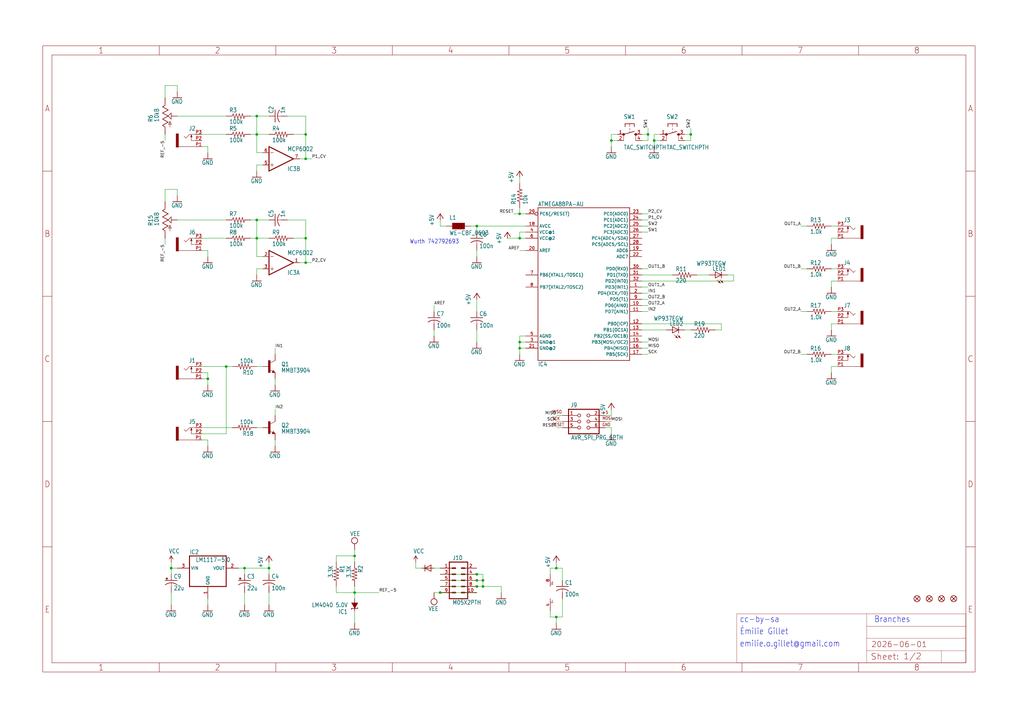
<source format=kicad_sch>
(kicad_sch (version 20231120) (generator "eeschema") (generator_version "8.0")
  (paper "User" 425.45 298.602)
  (lib_symbols
    (symbol "branches_v40COPY-eagle-import:+5V" (power)
      (symbol "+5V_1_0"
        (pin power_in line (at 0 -2.54 90) (length 2.54) (name "+5V") (number "1"))
      )
    )
    (symbol "branches_v40COPY-eagle-import:-NPN-SOT23-BEC"
      (property "Reference" "T" (at -10.16 7.62 0))
      (symbol "-NPN-SOT23-BEC_1_0"
        (pin passive line (at -2.54 0 0) (length 2.54) (name "B") (number "B"))
        (pin passive line (at 2.54 5.08 270) (length 2.54) (name "C") (number "C"))
        (pin passive line (at 2.54 -5.08 90) (length 2.54) (name "E") (number "E"))
      )
    )
    (symbol "branches_v40COPY-eagle-import:A3L-LOC"
      (symbol "A3L-LOC_1_0"
        (text "${#}/${##}" (at 357.505 5.08 0) (effects (font (size 2.54 2.54)) (justify left bottom)))
        (text "${CURRENT_DATE}" (at 344.17 10.16 0) (effects (font (size 2.286 2.286)) (justify left bottom)))
        (text "${PROJECTNAME}" (at 344.17 15.24 0) (effects (font (size 2.54 2.54)) (justify left bottom)))
        (text "1" (at 24.2094 1.905 0) (effects (font (size 2.54 2.286))))
        (text "1" (at 24.2094 258.445 0) (effects (font (size 2.54 2.286))))
        (text "2" (at 72.6281 1.905 0) (effects (font (size 2.54 2.286))))
        (text "2" (at 72.6281 258.445 0) (effects (font (size 2.54 2.286))))
        (text "3" (at 121.0469 1.905 0) (effects (font (size 2.54 2.286))))
        (text "3" (at 121.0469 258.445 0) (effects (font (size 2.54 2.286))))
        (text "4" (at 169.4656 1.905 0) (effects (font (size 2.54 2.286))))
        (text "4" (at 169.4656 258.445 0) (effects (font (size 2.54 2.286))))
        (text "5" (at 217.8844 1.905 0) (effects (font (size 2.54 2.286))))
        (text "5" (at 217.8844 258.445 0) (effects (font (size 2.54 2.286))))
        (text "6" (at 266.3031 1.905 0) (effects (font (size 2.54 2.286))))
        (text "6" (at 266.3031 258.445 0) (effects (font (size 2.54 2.286))))
        (text "7" (at 314.7219 1.905 0) (effects (font (size 2.54 2.286))))
        (text "7" (at 314.7219 258.445 0) (effects (font (size 2.54 2.286))))
        (text "8" (at 363.1406 1.905 0) (effects (font (size 2.54 2.286))))
        (text "8" (at 363.1406 258.445 0) (effects (font (size 2.54 2.286))))
        (text "A" (at 1.905 234.315 0) (effects (font (size 2.54 2.286))))
        (text "A" (at 385.445 234.315 0) (effects (font (size 2.54 2.286))))
        (text "B" (at 1.905 182.245 0) (effects (font (size 2.54 2.286))))
        (text "B" (at 385.445 182.245 0) (effects (font (size 2.54 2.286))))
        (text "C" (at 1.905 130.175 0) (effects (font (size 2.54 2.286))))
        (text "C" (at 385.445 130.175 0) (effects (font (size 2.54 2.286))))
        (text "D" (at 1.905 78.105 0) (effects (font (size 2.54 2.286))))
        (text "D" (at 385.445 78.105 0) (effects (font (size 2.54 2.286))))
        (text "E" (at 1.905 26.035 0) (effects (font (size 2.54 2.286))))
        (text "E" (at 385.445 26.035 0) (effects (font (size 2.54 2.286))))
        (text "Sheet:" (at 343.916 4.953 0) (effects (font (size 2.54 2.54)) (justify left bottom)))
      )
    )
    (symbol "branches_v40COPY-eagle-import:ATMEGA168"
      (property "Reference" "U" (at -17.78 -38.1 0))
      (symbol "ATMEGA168_1_0"
        (pin bidirectional line (at 25.4 -5.08 180) (length 5.08) (name "PD3(INT1)") (number "1"))
        (pin bidirectional line (at 25.4 -12.7 180) (length 5.08) (name "PD6(AIN0)") (number "10"))
        (pin bidirectional line (at 25.4 -15.24 180) (length 5.08) (name "PD7(AIN1)") (number "11"))
        (pin bidirectional line (at 25.4 -20.32 180) (length 5.08) (name "PB0(ICP)") (number "12"))
        (pin bidirectional line (at 25.4 -22.86 180) (length 5.08) (name "PB1(OC1A)") (number "13"))
        (pin bidirectional line (at 25.4 -25.4 180) (length 5.08) (name "PB2(SS/OC1B)") (number "14"))
        (pin bidirectional line (at 25.4 -27.94 180) (length 5.08) (name "PB3(MOSI/OC2)") (number "15"))
        (pin bidirectional line (at 25.4 -30.48 180) (length 5.08) (name "PB4(MISO)") (number "16"))
        (pin bidirectional line (at 25.4 -33.02 180) (length 5.08) (name "PB5(SCK)") (number "17"))
        (pin bidirectional line (at -22.86 20.32 0) (length 5.08) (name "AVCC") (number "18"))
        (pin bidirectional line (at 25.4 10.16 180) (length 5.08) (name "ADC6") (number "19"))
        (pin bidirectional line (at 25.4 -7.62 180) (length 5.08) (name "PD4(XCK/T0)") (number "2"))
        (pin bidirectional line (at -22.86 10.16 0) (length 5.08) (name "AREF") (number "20"))
        (pin bidirectional line (at -22.86 -30.48 0) (length 5.08) (name "GND@2") (number "21"))
        (pin bidirectional line (at 25.4 7.62 180) (length 5.08) (name "ADC7") (number "22"))
        (pin bidirectional line (at 25.4 25.4 180) (length 5.08) (name "PC0(ADC0)") (number "23"))
        (pin bidirectional line (at 25.4 22.86 180) (length 5.08) (name "PC1(ADC1)") (number "24"))
        (pin bidirectional line (at 25.4 20.32 180) (length 5.08) (name "PC2(ADC2)") (number "25"))
        (pin bidirectional line (at 25.4 17.78 180) (length 5.08) (name "PC3(ADC3)") (number "26"))
        (pin bidirectional line (at 25.4 15.24 180) (length 5.08) (name "PC4(ADC4/SDA)") (number "27"))
        (pin bidirectional line (at 25.4 12.7 180) (length 5.08) (name "PC5(ADC5/SCL)") (number "28"))
        (pin bidirectional inverted (at -22.86 25.4 0) (length 5.08) (name "PC6(/RESET)") (number "29"))
        (pin bidirectional line (at -22.86 -27.94 0) (length 5.08) (name "GND@1") (number "3"))
        (pin bidirectional line (at 25.4 2.54 180) (length 5.08) (name "PD0(RXD)") (number "30"))
        (pin bidirectional line (at 25.4 0 180) (length 5.08) (name "PD1(TXD)") (number "31"))
        (pin bidirectional line (at 25.4 -2.54 180) (length 5.08) (name "PD2(INT0)") (number "32"))
        (pin bidirectional line (at -22.86 17.78 0) (length 5.08) (name "VCC@1") (number "4"))
        (pin bidirectional line (at -22.86 -25.4 0) (length 5.08) (name "AGND") (number "5"))
        (pin bidirectional line (at -22.86 15.24 0) (length 5.08) (name "VCC@2") (number "6"))
        (pin bidirectional line (at -22.86 0 0) (length 5.08) (name "PB6(XTAL1/TOSC1)") (number "7"))
        (pin bidirectional line (at -22.86 -5.08 0) (length 5.08) (name "PB7(XTAL2/TOSC2)") (number "8"))
        (pin bidirectional line (at 25.4 -10.16 180) (length 5.08) (name "PD5(T1)") (number "9"))
      )
    )
    (symbol "branches_v40COPY-eagle-import:AVR_SPI_PRG_6PTH"
      (symbol "AVR_SPI_PRG_6PTH_1_0"
        (text "+5" (at 8.89 3.048 0) (effects (font (size 1.27 1.0795)) (justify left bottom)))
        (text "GND" (at 8.89 -2.032 0) (effects (font (size 1.27 1.0795)) (justify left bottom)))
        (text "MISO" (at -11.938 3.302 0) (effects (font (size 1.27 1.0795)) (justify left bottom)))
        (text "MOSI" (at 8.89 0.635 0) (effects (font (size 1.27 1.0795)) (justify left bottom)))
        (text "RESET" (at -11.938 -2.032 0) (effects (font (size 1.27 1.0795)) (justify left bottom)))
        (text "SCK" (at -11.938 0.508 0) (effects (font (size 1.27 1.0795)) (justify left bottom)))
        (pin passive inverted (at -7.62 2.54 0) (length 7.62) (name "1") (number "1"))
        (pin passive inverted (at 10.16 2.54 180) (length 7.62) (name "2") (number "2"))
        (pin passive inverted (at -7.62 0 0) (length 7.62) (name "3") (number "3"))
        (pin passive inverted (at 10.16 0 180) (length 7.62) (name "4") (number "4"))
        (pin passive inverted (at -7.62 -2.54 0) (length 7.62) (name "5") (number "5"))
        (pin passive inverted (at 10.16 -2.54 180) (length 7.62) (name "6") (number "6"))
      )
    )
    (symbol "branches_v40COPY-eagle-import:C-USC0603"
      (property "Reference" "C" (at 1.016 0.635 0))
      (symbol "C-USC0603_1_0"
        (pin passive line (at 0 2.54 270) (length 2.54) (name "1") (number "1"))
        (pin passive line (at 0 -5.08 90) (length 2.54) (name "2") (number "2"))
      )
    )
    (symbol "branches_v40COPY-eagle-import:CPOL-USC"
      (property "Reference" "C" (at 1.016 0.635 0))
      (symbol "CPOL-USC_1_0"
        (pin passive line (at 0 2.54 270) (length 2.54) (name "+") (number "+"))
        (pin passive line (at 0 -5.08 90) (length 2.54) (name "-") (number "-"))
      )
    )
    (symbol "branches_v40COPY-eagle-import:DIODE-SOD123"
      (property "Reference" "D" (at 2.54 0.4826 0))
      (symbol "DIODE-SOD123_1_0"
        (pin passive line (at -2.54 0 0) (length 2.54) (name "A") (number "A"))
        (pin passive line (at 2.54 0 180) (length 2.54) (name "C") (number "C"))
      )
    )
    (symbol "branches_v40COPY-eagle-import:FIDUCIAL1X2")
    (symbol "branches_v40COPY-eagle-import:GND" (power)
      (symbol "GND_1_0"
        (pin power_in line (at 0 2.54 270) (length 2.54) (name "GND") (number "1"))
      )
    )
    (symbol "branches_v40COPY-eagle-import:LED3MM"
      (property "Reference" "LED" (at 3.556 -4.572 90))
      (symbol "LED3MM_1_0"
        (pin passive line (at 0 2.54 270) (length 2.54) (name "A") (number "A"))
        (pin passive line (at 0 -5.08 90) (length 2.54) (name "C") (number "K"))
      )
    )
    (symbol "branches_v40COPY-eagle-import:LM4041DBZ"
      (property "Reference" "IC" (at 2.794 1.905 0))
      (symbol "LM4041DBZ_1_0"
        (pin passive line (at 0 2.54 270) (length 2.54) (name "C") (number "1"))
        (pin passive line (at 0 -2.54 90) (length 2.54) (name "A") (number "2"))
      )
    )
    (symbol "branches_v40COPY-eagle-import:M05X2PTH"
      (property "Reference" "JP" (at -2.54 8.382 0))
      (symbol "M05X2PTH_1_0"
        (pin passive line (at -7.62 5.08 0) (length 5.08) (name "1") (number "1"))
        (pin passive line (at 7.62 -5.08 180) (length 5.08) (name "10") (number "10"))
        (pin passive line (at 7.62 5.08 180) (length 5.08) (name "2") (number "2"))
        (pin passive line (at -7.62 2.54 0) (length 5.08) (name "3") (number "3"))
        (pin passive line (at 7.62 2.54 180) (length 5.08) (name "4") (number "4"))
        (pin passive line (at -7.62 0 0) (length 5.08) (name "5") (number "5"))
        (pin passive line (at 7.62 0 180) (length 5.08) (name "6") (number "6"))
        (pin passive line (at -7.62 -2.54 0) (length 5.08) (name "7") (number "7"))
        (pin passive line (at 7.62 -2.54 180) (length 5.08) (name "8") (number "8"))
        (pin passive line (at -7.62 -5.08 0) (length 5.08) (name "9") (number "9"))
      )
    )
    (symbol "branches_v40COPY-eagle-import:PJ301_THONKICONN6"
      (property "Reference" "J" (at -2.54 4.064 0))
      (symbol "PJ301_THONKICONN6_1_0"
        (pin passive line (at -5.08 -2.54 0) (length 2.54) (name "1") (number "P1"))
        (pin passive line (at -5.08 0 0) (length 2.54) (name "2") (number "P2"))
        (pin passive line (at -5.08 2.54 0) (length 2.54) (name "3") (number "P3"))
      )
    )
    (symbol "branches_v40COPY-eagle-import:POT_USVERTICAL_PS"
      (property "Reference" "R" (at -5.08 -2.54 90))
      (symbol "POT_USVERTICAL_PS_1_0"
        (pin passive line (at 0 7.62 270) (length 2.54) (name "E") (number "P$1"))
        (pin passive line (at 5.08 0 180) (length 2.54) (name "S") (number "P$2"))
        (pin passive line (at 0 -7.62 90) (length 2.54) (name "A") (number "P$3"))
      )
    )
    (symbol "branches_v40COPY-eagle-import:R-US_R0603"
      (property "Reference" "R" (at -3.81 1.4986 0))
      (symbol "R-US_R0603_1_0"
        (pin passive line (at -5.08 0 0) (length 2.54) (name "1") (number "1"))
        (pin passive line (at 5.08 0 180) (length 2.54) (name "2") (number "2"))
      )
    )
    (symbol "branches_v40COPY-eagle-import:REG1117"
      (property "Reference" "IC" (at -7.62 5.715 0))
      (symbol "REG1117_1_0"
        (pin power_in line (at 0 -12.7 90) (length 5.08) (name "GND") (number "1"))
        (pin output line (at 12.7 0 180) (length 5.08) (name "VOUT") (number "2"))
        (pin input line (at -12.7 0 0) (length 5.08) (name "VIN") (number "3"))
      )
    )
    (symbol "branches_v40COPY-eagle-import:TAC_SWITCHPTH"
      (property "Reference" "S" (at -2.54 6.35 0))
      (symbol "TAC_SWITCHPTH_1_0"
        (pin passive line (at -5.08 0 0) (length 2.54) (name "1") (number "1"))
        (pin passive line (at -5.08 -2.54 0) (length 2.54) (name "2") (number "2"))
        (pin passive line (at 5.08 0 180) (length 2.54) (name "3") (number "3"))
        (pin passive line (at 5.08 -2.54 180) (length 2.54) (name "4") (number "4"))
      )
    )
    (symbol "branches_v40COPY-eagle-import:TL072D"
      (symbol "TL072D_1_0"
        (pin output line (at 7.62 0 180) (length 2.54) (name "OUT") (number "1"))
        (pin input line (at -7.62 -2.54 0) (length 2.54) (name "-IN") (number "2"))
        (pin input line (at -7.62 2.54 0) (length 2.54) (name "+IN") (number "3"))
      )
      (symbol "TL072D_2_0"
        (pin input line (at -7.62 2.54 0) (length 2.54) (name "+IN") (number "5"))
        (pin input line (at -7.62 -2.54 0) (length 2.54) (name "-IN") (number "6"))
        (pin output line (at 7.62 0 180) (length 2.54) (name "OUT") (number "7"))
      )
      (symbol "TL072D_3_0"
        (text "V+" (at 1.27 3.175 900) (effects (font (size 0.8128 0.6908)) (justify left bottom)))
        (text "V-" (at 1.27 -4.445 900) (effects (font (size 0.8128 0.6908)) (justify left bottom)))
        (pin power_in line (at 0 -7.62 90) (length 5.08) (name "V-") (number "4"))
        (pin power_in line (at 0 7.62 270) (length 5.08) (name "V+") (number "8"))
      )
    )
    (symbol "branches_v40COPY-eagle-import:VCC" (power)
      (symbol "VCC_1_0"
        (pin power_in line (at 0 0 90) (length 2.54) (name "VCC") (number "1"))
      )
    )
    (symbol "branches_v40COPY-eagle-import:VEE" (power)
      (symbol "VEE_1_0"
        (pin power_in line (at 0 -2.54 90) (length 2.54) (name "VEE") (number "1"))
      )
    )
    (symbol "branches_v40COPY-eagle-import:WE-CBF_0603"
      (property "Reference" "L" (at -3.81 5.08 0))
      (symbol "WE-CBF_0603_1_0"
        (pin passive line (at -5.08 2.54 0) (length 2.54) (name "1") (number "1"))
        (pin passive line (at 5.08 2.54 180) (length 2.54) (name "2") (number "2"))
      )
    )
    (symbol "branches_v40COPY-eagle-import:resistor_R-US_R0603"
      (property "Reference" "R" (at -3.81 1.4986 0))
      (symbol "resistor_R-US_R0603_1_0"
        (pin passive line (at -5.08 0 0) (length 2.54) (name "1") (number "1"))
        (pin passive line (at 5.08 0 180) (length 2.54) (name "2") (number "2"))
      )
    )
  )
  (junction (at 499.11 163.83))
  (junction (at 287.02 55.88))
  (junction (at 628.65 148.59))
  (junction (at 127 109.22))
  (junction (at 182.88 246.38))
  (junction (at 106.68 48.26))
  (junction (at 127 66.04))
  (junction (at 628.65 151.13))
  (junction (at 147.32 231.14))
  (junction (at 215.9 144.78))
  (junction (at 198.12 241.3))
  (junction (at 539.75 115.57))
  (junction (at 86.36 157.48))
  (junction (at 699.77 62.23))
  (junction (at 106.68 99.06))
  (junction (at 101.6 236.22))
  (junction (at 200.66 243.84))
  (junction (at 254 58.42))
  (junction (at 111.76 236.22))
  (junction (at 198.12 243.84))
  (junction (at 684.53 64.77))
  (junction (at 127 55.88))
  (junction (at 200.66 241.3))
  (junction (at 610.87 100.33))
  (junction (at 71.12 236.22))
  (junction (at 628.65 105.41))
  (junction (at 519.43 62.23))
  (junction (at 539.75 105.41))
  (junction (at 628.65 95.25))
  (junction (at 519.43 97.79))
  (junction (at 215.9 99.06))
  (junction (at 666.75 64.77))
  (junction (at 215.9 142.24))
  (junction (at 198.12 238.76))
  (junction (at 269.24 55.88))
  (junction (at 106.68 91.44))
  (junction (at 215.9 88.9))
  (junction (at 539.75 72.39))
  (junction (at 519.43 105.41))
  (junction (at 681.99 62.23))
  (junction (at 519.43 54.61))
  (junction (at 147.32 246.38))
  (junction (at 127 99.06))
  (junction (at 231.14 256.54))
  (junction (at 539.75 62.23))
  (junction (at 506.73 158.75))
  (junction (at 271.78 58.42))
  (junction (at 93.98 152.4))
  (junction (at 198.12 93.98))
  (junction (at 231.14 236.22))
  (junction (at 106.68 55.88))
  (wire (pts (xy 172.72 233.68) (xy 172.72 236.22)) (stroke (width 0.1524)))
  (wire (pts (xy 208.28 243.84) (xy 208.28 246.38)) (stroke (width 0.1524)))
  (wire (pts (xy 539.75 54.61) (xy 539.75 62.23)) (stroke (width 0.1524)))
  (wire (pts (xy 266.7 124.46) (xy 269.24 124.46)) (stroke (width 0.1524)))
  (wire (pts (xy 114.3 147.32) (xy 114.3 144.78)) (stroke (width 0.1524)))
  (wire (pts (xy 524.51 97.79) (xy 519.43 97.79)) (stroke (width 0.1524)))
  (wire (pts (xy 628.65 146.05) (xy 628.65 148.59)) (stroke (width 0.1524)))
  (wire (pts (xy 68.58 99.06) (xy 68.58 101.6)) (stroke (width 0.1524)))
  (wire (pts (xy 345.44 134.62) (xy 345.44 137.16)) (stroke (width 0.1524)))
  (wire (pts (xy 106.68 68.58) (xy 106.68 71.12)) (stroke (width 0.1524)))
  (wire (pts (xy 332.74 129.54) (xy 335.28 129.54)) (stroke (width 0.1524)))
  (wire (pts (xy 699.77 62.23) (xy 699.77 59.69)) (stroke (width 0.1524)))
  (wire (pts (xy 266.7 111.76) (xy 269.24 111.76)) (stroke (width 0.1524)))
  (wire (pts (xy 304.8 114.3) (xy 304.8 116.84)) (stroke (width 0.1524)))
  (wire (pts (xy 68.58 83.82) (xy 68.58 78.74)) (stroke (width 0.1524)))
  (wire (pts (xy 631.19 146.05) (xy 628.65 146.05)) (stroke (width 0.1524)))
  (wire (pts (xy 83.82 157.48) (xy 86.36 157.48)) (stroke (width 0.1524)))
  (wire (pts (xy 709.93 143.51) (xy 712.47 143.51)) (stroke (width 0.1524)))
  (wire (pts (xy 106.68 99.06) (xy 106.68 106.68)) (stroke (width 0.1524)))
  (wire (pts (xy 697.23 62.23) (xy 699.77 62.23)) (stroke (width 0.1524)))
  (wire (pts (xy 519.43 69.85) (xy 521.97 69.85)) (stroke (width 0.1524)))
  (wire (pts (xy 127 48.26) (xy 127 55.88)) (stroke (width 0.1524)))
  (wire (pts (xy 200.66 238.76) (xy 200.66 241.3)) (stroke (width 0.1524)))
  (wire (pts (xy 266.7 88.9) (xy 269.24 88.9)) (stroke (width 0.1524)))
  (wire (pts (xy 521.97 74.93) (xy 519.43 74.93)) (stroke (width 0.1524)))
  (wire (pts (xy 679.45 135.89) (xy 681.99 135.89)) (stroke (width 0.1524)))
  (wire (pts (xy 251.46 177.8) (xy 254 177.8)) (stroke (width 0.1524)))
  (wire (pts (xy 760.73 140.97) (xy 758.19 140.97)) (stroke (width 0.1524)))
  (wire (pts (xy 499.11 161.29) (xy 499.11 163.83)) (stroke (width 0.1524)))
  (wire (pts (xy 758.19 140.97) (xy 758.19 143.51)) (stroke (width 0.1524)))
  (wire (pts (xy 231.14 256.54) (xy 231.14 259.08)) (stroke (width 0.1524)))
  (wire (pts (xy 104.14 99.06) (xy 106.68 99.06)) (stroke (width 0.1524)))
  (wire (pts (xy 73.66 48.26) (xy 93.98 48.26)) (stroke (width 0.1524)))
  (wire (pts (xy 68.58 78.74) (xy 73.66 78.74)) (stroke (width 0.1524)))
  (wire (pts (xy 200.66 243.84) (xy 208.28 243.84)) (stroke (width 0.1524)))
  (wire (pts (xy 198.12 238.76) (xy 200.66 238.76)) (stroke (width 0.1524)))
  (wire (pts (xy 684.53 62.23) (xy 684.53 64.77)) (stroke (width 0.1524)))
  (wire (pts (xy 345.44 99.06) (xy 345.44 101.6)) (stroke (width 0.1524)))
  (wire (pts (xy 481.33 105.41) (xy 481.33 107.95)) (stroke (width 0.1524)))
  (wire (pts (xy 717.55 123.19) (xy 679.45 123.19)) (stroke (width 0.1524)))
  (wire (pts (xy 345.44 129.54) (xy 347.98 129.54)) (stroke (width 0.1524)))
  (wire (pts (xy 345.44 147.32) (xy 347.98 147.32)) (stroke (width 0.1524)))
  (wire (pts (xy 496.57 163.83) (xy 499.11 163.83)) (stroke (width 0.1524)))
  (wire (pts (xy 679.45 118.11) (xy 681.99 118.11)) (stroke (width 0.1524)))
  (wire (pts (xy 628.65 148.59) (xy 628.65 151.13)) (stroke (width 0.1524)))
  (wire (pts (xy 519.43 105.41) (xy 519.43 113.03)) (stroke (width 0.1524)))
  (wire (pts (xy 228.6 238.76) (xy 228.6 236.22)) (stroke (width 0.1524)))
  (wire (pts (xy 679.45 133.35) (xy 681.99 133.35)) (stroke (width 0.1524)))
  (wire (pts (xy 681.99 64.77) (xy 681.99 62.23)) (stroke (width 0.1524)))
  (wire (pts (xy 519.43 158.75) (xy 521.97 158.75)) (stroke (width 0.1524)))
  (wire (pts (xy 539.75 115.57) (xy 542.29 115.57)) (stroke (width 0.1524)))
  (wire (pts (xy 228.6 254) (xy 228.6 256.54)) (stroke (width 0.1524)))
  (wire (pts (xy 527.05 189.23) (xy 527.05 191.77)) (stroke (width 0.1524)))
  (wire (pts (xy 104.14 91.44) (xy 106.68 91.44)) (stroke (width 0.1524)))
  (wire (pts (xy 519.43 97.79) (xy 519.43 105.41)) (stroke (width 0.1524)))
  (wire (pts (xy 127 109.22) (xy 129.54 109.22)) (stroke (width 0.1524)))
  (wire (pts (xy 345.44 152.4) (xy 345.44 154.94)) (stroke (width 0.1524)))
  (wire (pts (xy 496.57 189.23) (xy 499.11 189.23)) (stroke (width 0.1524)))
  (wire (pts (xy 139.7 246.38) (xy 147.32 246.38)) (stroke (width 0.1524)))
  (wire (pts (xy 93.98 152.4) (xy 83.82 152.4)) (stroke (width 0.1524)))
  (wire (pts (xy 666.75 64.77) (xy 666.75 67.31)) (stroke (width 0.1524)))
  (wire (pts (xy 215.9 139.7) (xy 215.9 142.24)) (stroke (width 0.1524)))
  (wire (pts (xy 499.11 163.83) (xy 499.11 166.37)) (stroke (width 0.1524)))
  (wire (pts (xy 106.68 177.8) (xy 109.22 177.8)) (stroke (width 0.1524)))
  (wire (pts (xy 147.32 246.38) (xy 147.32 243.84)) (stroke (width 0.1524)))
  (wire (pts (xy 86.36 157.48) (xy 86.36 160.02)) (stroke (width 0.1524)))
  (wire (pts (xy 697.23 143.51) (xy 699.77 143.51)) (stroke (width 0.1524)))
  (wire (pts (xy 200.66 241.3) (xy 200.66 243.84)) (stroke (width 0.1524)))
  (wire (pts (xy 628.65 80.01) (xy 628.65 82.55)) (stroke (width 0.1524)))
  (wire (pts (xy 266.7 142.24) (xy 269.24 142.24)) (stroke (width 0.1524)))
  (wire (pts (xy 679.45 153.67) (xy 681.99 153.67)) (stroke (width 0.1524)))
  (wire (pts (xy 509.27 158.75) (xy 506.73 158.75)) (stroke (width 0.1524)))
  (wire (pts (xy 646.43 179.07) (xy 643.89 179.07)) (stroke (width 0.1524)))
  (wire (pts (xy 524.51 105.41) (xy 519.43 105.41)) (stroke (width 0.1524)))
  (wire (pts (xy 332.74 111.76) (xy 335.28 111.76)) (stroke (width 0.1524)))
  (wire (pts (xy 679.45 64.77) (xy 681.99 64.77)) (stroke (width 0.1524)))
  (wire (pts (xy 745.49 100.33) (xy 748.03 100.33)) (stroke (width 0.1524)))
  (wire (pts (xy 256.54 55.88) (xy 254 55.88)) (stroke (width 0.1524)))
  (wire (pts (xy 628.65 102.87) (xy 628.65 105.41)) (stroke (width 0.1524)))
  (wire (pts (xy 684.53 64.77) (xy 687.07 64.77)) (stroke (width 0.1524)))
  (wire (pts (xy 534.67 105.41) (xy 539.75 105.41)) (stroke (width 0.1524)))
  (wire (pts (xy 111.76 246.38) (xy 111.76 251.46)) (stroke (width 0.1524)))
  (wire (pts (xy 127 66.04) (xy 129.54 66.04)) (stroke (width 0.1524)))
  (wire (pts (xy 175.26 236.22) (xy 172.72 236.22)) (stroke (width 0.1524)))
  (wire (pts (xy 679.45 62.23) (xy 681.99 62.23)) (stroke (width 0.1524)))
  (wire (pts (xy 271.78 58.42) (xy 274.32 58.42)) (stroke (width 0.1524)))
  (wire (pts (xy 610.87 100.33) (xy 610.87 102.87)) (stroke (width 0.1524)))
  (wire (pts (xy 266.7 137.16) (xy 276.86 137.16)) (stroke (width 0.1524)))
  (wire (pts (xy 111.76 91.44) (xy 106.68 91.44)) (stroke (width 0.1524)))
  (wire (pts (xy 73.66 78.74) (xy 73.66 81.28)) (stroke (width 0.1524)))
  (wire (pts (xy 96.52 152.4) (xy 93.98 152.4)) (stroke (width 0.1524)))
  (wire (pts (xy 254 172.72) (xy 254 170.18)) (stroke (width 0.1524)))
  (wire (pts (xy 121.92 55.88) (xy 127 55.88)) (stroke (width 0.1524)))
  (wire (pts (xy 68.58 55.88) (xy 68.58 58.42)) (stroke (width 0.1524)))
  (wire (pts (xy 519.43 118.11) (xy 519.43 120.65)) (stroke (width 0.1524)))
  (wire (pts (xy 86.36 154.94) (xy 86.36 157.48)) (stroke (width 0.1524)))
  (wire (pts (xy 496.57 105.41) (xy 506.73 105.41)) (stroke (width 0.1524)))
  (wire (pts (xy 83.82 104.14) (xy 86.36 104.14)) (stroke (width 0.1524)))
  (wire (pts (xy 631.19 151.13) (xy 628.65 151.13)) (stroke (width 0.1524)))
  (wire (pts (xy 271.78 58.42) (xy 271.78 60.96)) (stroke (width 0.1524)))
  (wire (pts (xy 539.75 72.39) (xy 542.29 72.39)) (stroke (width 0.1524)))
  (wire (pts (xy 758.19 158.75) (xy 758.19 161.29)) (stroke (width 0.1524)))
  (wire (pts (xy 215.9 88.9) (xy 213.36 88.9)) (stroke (width 0.1524)))
  (wire (pts (xy 198.12 104.14) (xy 198.12 106.68)) (stroke (width 0.1524)))
  (wire (pts (xy 266.7 144.78) (xy 269.24 144.78)) (stroke (width 0.1524)))
  (wire (pts (xy 631.19 95.25) (xy 628.65 95.25)) (stroke (width 0.1524)))
  (wire (pts (xy 527.05 179.07) (xy 527.05 176.53)) (stroke (width 0.1524)))
  (wire (pts (xy 121.92 99.06) (xy 127 99.06)) (stroke (width 0.1524)))
  (wire (pts (xy 256.54 58.42) (xy 254 58.42)) (stroke (width 0.1524)))
  (wire (pts (xy 83.82 177.8) (xy 96.52 177.8)) (stroke (width 0.1524)))
  (wire (pts (xy 712.47 140.97) (xy 712.47 143.51)) (stroke (width 0.1524)))
  (wire (pts (xy 111.76 55.88) (xy 106.68 55.88)) (stroke (width 0.1524)))
  (wire (pts (xy 534.67 62.23) (xy 539.75 62.23)) (stroke (width 0.1524)))
  (wire (pts (xy 147.32 248.92) (xy 147.32 246.38)) (stroke (width 0.1524)))
  (wire (pts (xy 271.78 55.88) (xy 271.78 58.42)) (stroke (width 0.1524)))
  (wire (pts (xy 287.02 55.88) (xy 287.02 53.34)) (stroke (width 0.1524)))
  (wire (pts (xy 251.46 175.26) (xy 254 175.26)) (stroke (width 0.1524)))
  (wire (pts (xy 218.44 144.78) (xy 215.9 144.78)) (stroke (width 0.1524)))
  (wire (pts (xy 527.05 163.83) (xy 527.05 166.37)) (stroke (width 0.1524)))
  (wire (pts (xy 111.76 99.06) (xy 106.68 99.06)) (stroke (width 0.1524)))
  (wire (pts (xy 664.21 181.61) (xy 666.75 181.61)) (stroke (width 0.1524)))
  (wire (pts (xy 139.7 231.14) (xy 147.32 231.14)) (stroke (width 0.1524)))
  (wire (pts (xy 147.32 246.38) (xy 157.48 246.38)) (stroke (width 0.1524)))
  (wire (pts (xy 758.19 100.33) (xy 760.73 100.33)) (stroke (width 0.1524)))
  (wire (pts (xy 519.43 113.03) (xy 521.97 113.03)) (stroke (width 0.1524)))
  (wire (pts (xy 345.44 116.84) (xy 345.44 119.38)) (stroke (width 0.1524)))
  (wire (pts (xy 539.75 62.23) (xy 539.75 72.39)) (stroke (width 0.1524)))
  (wire (pts (xy 83.82 180.34) (xy 93.98 180.34)) (stroke (width 0.1524)))
  (wire (pts (xy 71.12 236.22) (xy 71.12 238.76)) (stroke (width 0.1524)))
  (wire (pts (xy 679.45 130.81) (xy 681.99 130.81)) (stroke (width 0.1524)))
  (wire (pts (xy 182.88 241.3) (xy 198.12 241.3)) (stroke (width 0.1524)))
  (wire (pts (xy 486.41 54.61) (xy 506.73 54.61)) (stroke (width 0.1524)))
  (wire (pts (xy 198.12 243.84) (xy 200.66 243.84)) (stroke (width 0.1524)))
  (wire (pts (xy 83.82 55.88) (xy 93.98 55.88)) (stroke (width 0.1524)))
  (wire (pts (xy 231.14 256.54) (xy 233.68 256.54)) (stroke (width 0.1524)))
  (wire (pts (xy 218.44 93.98) (xy 198.12 93.98)) (stroke (width 0.1524)))
  (wire (pts (xy 481.33 90.17) (xy 481.33 85.09)) (stroke (width 0.1524)))
  (wire (pts (xy 231.14 256.54) (xy 228.6 256.54)) (stroke (width 0.1524)))
  (wire (pts (xy 631.19 100.33) (xy 610.87 100.33)) (stroke (width 0.1524)))
  (wire (pts (xy 218.44 142.24) (xy 215.9 142.24)) (stroke (width 0.1524)))
  (wire (pts (xy 266.7 55.88) (xy 269.24 55.88)) (stroke (width 0.1524)))
  (wire (pts (xy 106.68 111.76) (xy 106.68 114.3)) (stroke (width 0.1524)))
  (wire (pts (xy 233.68 236.22) (xy 233.68 241.3)) (stroke (width 0.1524)))
  (wire (pts (xy 231.14 233.68) (xy 231.14 236.22)) (stroke (width 0.1524)))
  (wire (pts (xy 516.89 97.79) (xy 519.43 97.79)) (stroke (width 0.1524)))
  (wire (pts (xy 345.44 93.98) (xy 347.98 93.98)) (stroke (width 0.1524)))
  (wire (pts (xy 347.98 99.06) (xy 345.44 99.06)) (stroke (width 0.1524)))
  (wire (pts (xy 595.63 100.33) (xy 598.17 100.33)) (stroke (width 0.1524)))
  (wire (pts (xy 347.98 152.4) (xy 345.44 152.4)) (stroke (width 0.1524)))
  (wire (pts (xy 332.74 147.32) (xy 335.28 147.32)) (stroke (width 0.1524)))
  (wire (pts (xy 182.88 243.84) (xy 198.12 243.84)) (stroke (width 0.1524)))
  (wire (pts (xy 299.72 134.62) (xy 299.72 137.16)) (stroke (width 0.1524)))
  (wire (pts (xy 595.63 97.79) (xy 595.63 100.33)) (stroke (width 0.1524)))
  (wire (pts (xy 481.33 41.91) (xy 486.41 41.91)) (stroke (width 0.1524)))
  (wire (pts (xy 628.65 105.41) (xy 631.19 105.41)) (stroke (width 0.1524)))
  (wire (pts (xy 101.6 246.38) (xy 101.6 251.46)) (stroke (width 0.1524)))
  (wire (pts (xy 86.36 60.96) (xy 86.36 63.5)) (stroke (width 0.1524)))
  (wire (pts (xy 83.82 154.94) (xy 86.36 154.94)) (stroke (width 0.1524)))
  (wire (pts (xy 182.88 93.98) (xy 185.42 93.98)) (stroke (width 0.1524)))
  (wire (pts (xy 593.09 143.51) (xy 593.09 146.05)) (stroke (width 0.1524)))
  (wire (pts (xy 745.49 135.89) (xy 748.03 135.89)) (stroke (width 0.1524)))
  (wire (pts (xy 669.29 62.23) (xy 666.75 62.23)) (stroke (width 0.1524)))
  (wire (pts (xy 228.6 236.22) (xy 231.14 236.22)) (stroke (width 0.1524)))
  (wire (pts (xy 266.7 127) (xy 269.24 127)) (stroke (width 0.1524)))
  (wire (pts (xy 182.88 236.22) (xy 180.34 236.22)) (stroke (width 0.1524)))
  (wire (pts (xy 139.7 233.68) (xy 139.7 231.14)) (stroke (width 0.1524)))
  (wire (pts (xy 496.57 184.15) (xy 509.27 184.15)) (stroke (width 0.1524)))
  (wire (pts (xy 218.44 88.9) (xy 215.9 88.9)) (stroke (width 0.1524)))
  (wire (pts (xy 519.43 74.93) (xy 519.43 77.47)) (stroke (width 0.1524)))
  (wire (pts (xy 101.6 236.22) (xy 111.76 236.22)) (stroke (width 0.1524)))
  (wire (pts (xy 499.11 189.23) (xy 499.11 191.77)) (stroke (width 0.1524)))
  (wire (pts (xy 760.73 123.19) (xy 758.19 123.19)) (stroke (width 0.1524)))
  (wire (pts (xy 266.7 119.38) (xy 269.24 119.38)) (stroke (width 0.1524)))
  (wire (pts (xy 524.51 54.61) (xy 519.43 54.61)) (stroke (width 0.1524)))
  (wire (pts (xy 496.57 186.69) (xy 506.73 186.69)) (stroke (width 0.1524)))
  (wire (pts (xy 266.7 134.62) (xy 299.72 134.62)) (stroke (width 0.1524)))
  (wire (pts (xy 284.48 55.88) (xy 287.02 55.88)) (stroke (width 0.1524)))
  (wire (pts (xy 127 55.88) (xy 127 66.04)) (stroke (width 0.1524)))
  (wire (pts (xy 628.65 95.25) (xy 628.65 92.71)) (stroke (width 0.1524)))
  (wire (pts (xy 106.68 55.88) (xy 106.68 63.5)) (stroke (width 0.1524)))
  (wire (pts (xy 147.32 231.14) (xy 147.32 228.6)) (stroke (width 0.1524)))
  (wire (pts (xy 760.73 158.75) (xy 758.19 158.75)) (stroke (width 0.1524)))
  (wire (pts (xy 215.9 88.9) (xy 215.9 86.36)) (stroke (width 0.1524)))
  (wire (pts (xy 758.19 123.19) (xy 758.19 125.73)) (stroke (width 0.1524)))
  (wire (pts (xy 101.6 238.76) (xy 101.6 236.22)) (stroke (width 0.1524)))
  (wire (pts (xy 684.53 64.77) (xy 684.53 67.31)) (stroke (width 0.1524)))
  (wire (pts (xy 745.49 118.11) (xy 748.03 118.11)) (stroke (width 0.1524)))
  (wire (pts (xy 266.7 58.42) (xy 269.24 58.42)) (stroke (width 0.1524)))
  (wire (pts (xy 109.22 111.76) (xy 106.68 111.76)) (stroke (width 0.1524)))
  (wire (pts (xy 679.45 140.97) (xy 712.47 140.97)) (stroke (width 0.1524)))
  (wire (pts (xy 628.65 151.13) (xy 628.65 153.67)) (stroke (width 0.1524)))
  (wire (pts (xy 745.49 153.67) (xy 748.03 153.67)) (stroke (width 0.1524)))
  (wire (pts (xy 215.9 99.06) (xy 210.82 99.06)) (stroke (width 0.1524)))
  (wire (pts (xy 139.7 243.84) (xy 139.7 246.38)) (stroke (width 0.1524)))
  (wire (pts (xy 332.74 93.98) (xy 335.28 93.98)) (stroke (width 0.1524)))
  (wire (pts (xy 669.29 64.77) (xy 666.75 64.77)) (stroke (width 0.1524)))
  (wire (pts (xy 233.68 172.72) (xy 231.14 172.72)) (stroke (width 0.1524)))
  (wire (pts (xy 666.75 179.07) (xy 666.75 176.53)) (stroke (width 0.1524)))
  (wire (pts (xy 218.44 139.7) (xy 215.9 139.7)) (stroke (width 0.1524)))
  (wire (pts (xy 284.48 137.16) (xy 287.02 137.16)) (stroke (width 0.1524)))
  (wire (pts (xy 71.12 246.38) (xy 71.12 251.46)) (stroke (width 0.1524)))
  (wire (pts (xy 68.58 35.56) (xy 73.66 35.56)) (stroke (width 0.1524)))
  (wire (pts (xy 106.68 63.5) (xy 109.22 63.5)) (stroke (width 0.1524)))
  (wire (pts (xy 481.33 46.99) (xy 481.33 41.91)) (stroke (width 0.1524)))
  (wire (pts (xy 539.75 105.41) (xy 539.75 115.57)) (stroke (width 0.1524)))
  (wire (pts (xy 104.14 55.88) (xy 106.68 55.88)) (stroke (width 0.1524)))
  (wire (pts (xy 610.87 110.49) (xy 610.87 113.03)) (stroke (width 0.1524)))
  (wire (pts (xy 106.68 106.68) (xy 109.22 106.68)) (stroke (width 0.1524)))
  (wire (pts (xy 269.24 55.88) (xy 269.24 53.34)) (stroke (width 0.1524)))
  (wire (pts (xy 182.88 238.76) (xy 198.12 238.76)) (stroke (width 0.1524)))
  (wire (pts (xy 679.45 102.87) (xy 681.99 102.87)) (stroke (width 0.1524)))
  (wire (pts (xy 233.68 177.8) (xy 231.14 177.8)) (stroke (width 0.1524)))
  (wire (pts (xy 519.43 54.61) (xy 519.43 62.23)) (stroke (width 0.1524)))
  (wire (pts (xy 524.51 62.23) (xy 519.43 62.23)) (stroke (width 0.1524)))
  (wire (pts (xy 180.34 129.54) (xy 180.34 127)) (stroke (width 0.1524)))
  (wire (pts (xy 218.44 96.52) (xy 215.9 96.52)) (stroke (width 0.1524)))
  (wire (pts (xy 182.88 246.38) (xy 198.12 246.38)) (stroke (width 0.1524)))
  (wire (pts (xy 702.31 120.65) (xy 707.39 120.65)) (stroke (width 0.1524)))
  (wire (pts (xy 254 55.88) (xy 254 58.42)) (stroke (width 0.1524)))
  (wire (pts (xy 266.7 93.98) (xy 269.24 93.98)) (stroke (width 0.1524)))
  (wire (pts (xy 666.75 62.23) (xy 666.75 64.77)) (stroke (width 0.1524)))
  (wire (pts (xy 521.97 118.11) (xy 519.43 118.11)) (stroke (width 0.1524)))
  (wire (pts (xy 106.68 48.26) (xy 106.68 55.88)) (stroke (width 0.1524)))
  (wire (pts (xy 532.13 54.61) (xy 539.75 54.61)) (stroke (width 0.1524)))
  (wire (pts (xy 516.89 54.61) (xy 519.43 54.61)) (stroke (width 0.1524)))
  (wire (pts (xy 289.56 114.3) (xy 294.64 114.3)) (stroke (width 0.1524)))
  (wire (pts (xy 481.33 62.23) (xy 481.33 64.77)) (stroke (width 0.1524)))
  (wire (pts (xy 631.19 110.49) (xy 628.65 110.49)) (stroke (width 0.1524)))
  (wire (pts (xy 266.7 114.3) (xy 279.4 114.3)) (stroke (width 0.1524)))
  (wire (pts (xy 499.11 67.31) (xy 499.11 69.85)) (stroke (width 0.1524)))
  (wire (pts (xy 679.45 97.79) (xy 681.99 97.79)) (stroke (width 0.1524)))
  (wire (pts (xy 266.7 91.44) (xy 269.24 91.44)) (stroke (width 0.1524)))
  (wire (pts (xy 499.11 110.49) (xy 499.11 113.03)) (stroke (width 0.1524)))
  (wire (pts (xy 127 91.44) (xy 127 99.06)) (stroke (width 0.1524)))
  (wire (pts (xy 215.9 73.66) (xy 215.9 76.2)) (stroke (width 0.1524)))
  (wire (pts (xy 593.09 135.89) (xy 593.09 133.35)) (stroke (width 0.1524)))
  (wire (pts (xy 681.99 62.23) (xy 681.99 59.69)) (stroke (width 0.1524)))
  (wire (pts (xy 180.34 246.38) (xy 182.88 246.38)) (stroke (width 0.1524)))
  (wire (pts (xy 304.8 116.84) (xy 266.7 116.84)) (stroke (width 0.1524)))
  (wire (pts (xy 506.73 158.75) (xy 496.57 158.75)) (stroke (width 0.1524)))
  (wire (pts (xy 215.9 96.52) (xy 215.9 99.06)) (stroke (width 0.1524)))
  (wire (pts (xy 347.98 134.62) (xy 345.44 134.62)) (stroke (width 0.1524)))
  (wire (pts (xy 679.45 143.51) (xy 689.61 143.51)) (stroke (width 0.1524)))
  (wire (pts (xy 106.68 91.44) (xy 106.68 99.06)) (stroke (width 0.1524)))
  (wire (pts (xy 539.75 115.57) (xy 537.21 115.57)) (stroke (width 0.1524)))
  (wire (pts (xy 127 66.04) (xy 124.46 66.04)) (stroke (width 0.1524)))
  (wire (pts (xy 71.12 236.22) (xy 73.66 236.22)) (stroke (width 0.1524)))
  (wire (pts (xy 254 58.42) (xy 254 60.96)) (stroke (width 0.1524)))
  (wire (pts (xy 610.87 135.89) (xy 610.87 130.81)) (stroke (width 0.1524)))
  (wire (pts (xy 519.43 62.23) (xy 519.43 69.85)) (stroke (width 0.1524)))
  (wire (pts (xy 269.24 58.42) (xy 269.24 55.88)) (stroke (width 0.1524)))
  (wire (pts (xy 646.43 181.61) (xy 643.89 181.61)) (stroke (width 0.1524)))
  (wire (pts (xy 233.68 175.26) (xy 231.14 175.26)) (stroke (width 0.1524)))
  (wire (pts (xy 73.66 35.56) (xy 73.66 38.1)) (stroke (width 0.1524)))
  (wire (pts (xy 679.45 125.73) (xy 681.99 125.73)) (stroke (width 0.1524)))
  (wire (pts (xy 302.26 114.3) (xy 304.8 114.3)) (stroke (width 0.1524)))
  (wire (pts (xy 715.01 120.65) (xy 717.55 120.65)) (stroke (width 0.1524)))
  (wire (pts (xy 486.41 85.09) (xy 486.41 87.63)) (stroke (width 0.1524)))
  (wire (pts (xy 697.23 64.77) (xy 699.77 64.77)) (stroke (width 0.1524)))
  (wire (pts (xy 679.45 128.27) (xy 681.99 128.27)) (stroke (width 0.1524)))
  (wire (pts (xy 119.38 48.26) (xy 127 48.26)) (stroke (width 0.1524)))
  (wire (pts (xy 496.57 67.31) (xy 499.11 67.31)) (stroke (width 0.1524)))
  (wire (pts (xy 664.21 184.15) (xy 666.75 184.15)) (stroke (width 0.1524)))
  (wire (pts (xy 516.89 105.41) (xy 519.43 105.41)) (stroke (width 0.1524)))
  (wire (pts (xy 758.19 118.11) (xy 760.73 118.11)) (stroke (width 0.1524)))
  (wire (pts (xy 215.9 99.06) (xy 218.44 99.06)) (stroke (width 0.1524)))
  (wire (pts (xy 198.12 129.54) (xy 198.12 124.46)) (stroke (width 0.1524)))
  (wire (pts (xy 539.75 72.39) (xy 537.21 72.39)) (stroke (width 0.1524)))
  (wire (pts (xy 519.43 184.15) (xy 521.97 184.15)) (stroke (width 0.1524)))
  (wire (pts (xy 297.18 137.16) (xy 299.72 137.16)) (stroke (width 0.1524)))
  (wire (pts (xy 198.12 137.16) (xy 198.12 142.24)) (stroke (width 0.1524)))
  (wire (pts (xy 218.44 104.14) (xy 215.9 104.14)) (stroke (width 0.1524)))
  (wire (pts (xy 628.65 95.25) (xy 626.11 95.25)) (stroke (width 0.1524)))
  (wire (pts (xy 111.76 48.26) (xy 106.68 48.26)) (stroke (width 0.1524)))
  (wire (pts (xy 539.75 97.79) (xy 539.75 105.41)) (stroke (width 0.1524)))
  (wire (pts (xy 679.45 95.25) (xy 681.99 95.25)) (stroke (width 0.1524)))
  (wire (pts (xy 114.3 182.88) (xy 114.3 185.42)) (stroke (width 0.1524)))
  (wire (pts (xy 631.19 102.87) (xy 628.65 102.87)) (stroke (width 0.1524)))
  (wire (pts (xy 83.82 60.96) (xy 86.36 60.96)) (stroke (width 0.1524)))
  (wire (pts (xy 287.02 58.42) (xy 287.02 55.88)) (stroke (width 0.1524)))
  (wire (pts (xy 496.57 110.49) (xy 499.11 110.49)) (stroke (width 0.1524)))
  (wire (pts (xy 760.73 105.41) (xy 758.19 105.41)) (stroke (width 0.1524)))
  (wire (pts (xy 679.45 148.59) (xy 681.99 148.59)) (stroke (width 0.1524)))
  (wire (pts (xy 646.43 184.15) (xy 643.89 184.15)) (stroke (width 0.1524)))
  (wire (pts (xy 687.07 62.23) (xy 684.53 62.23)) (stroke (width 0.1524)))
  (wire (pts (xy 628.65 105.41) (xy 623.57 105.41)) (stroke (width 0.1524)))
  (wire (pts (xy 83.82 99.06) (xy 93.98 99.06)) (stroke (width 0.1524)))
  (wire (pts (xy 610.87 143.51) (xy 610.87 148.59)) (stroke (width 0.1524)))
  (wire (pts (xy 758.19 135.89) (xy 760.73 135.89)) (stroke (width 0.1524)))
  (wire (pts (xy 71.12 233.68) (xy 71.12 236.22)) (stroke (width 0.1524)))
  (wire (pts (xy 679.45 151.13) (xy 681.99 151.13)) (stroke (width 0.1524)))
  (wire (pts (xy 111.76 238.76) (xy 111.76 236.22)) (stroke (width 0.1524)))
  (wire (pts (xy 254 177.8) (xy 254 180.34)) (stroke (width 0.1524)))
  (wire (pts (xy 717.55 120.65) (xy 717.55 123.19)) (stroke (width 0.1524)))
  (wire (pts (xy 481.33 85.09) (xy 486.41 85.09)) (stroke (width 0.1524)))
  (wire (pts (xy 496.57 62.23) (xy 506.73 62.23)) (stroke (width 0.1524)))
  (wire (pts (xy 198.12 241.3) (xy 200.66 241.3)) (stroke (width 0.1524)))
  (wire (pts (xy 345.44 111.76) (xy 347.98 111.76)) (stroke (width 0.1524)))
  (wire (pts (xy 266.7 129.54) (xy 269.24 129.54)) (stroke (width 0.1524)))
  (wire (pts (xy 114.3 172.72) (xy 114.3 170.18)) (stroke (width 0.1524)))
  (wire (pts (xy 73.66 91.44) (xy 93.98 91.44)) (stroke (width 0.1524)))
  (wire (pts (xy 347.98 116.84) (xy 345.44 116.84)) (stroke (width 0.1524)))
  (wire (pts (xy 496.57 161.29) (xy 499.11 161.29)) (stroke (width 0.1524)))
  (wire (pts (xy 127 109.22) (xy 124.46 109.22)) (stroke (width 0.1524)))
  (wire (pts (xy 86.36 248.92) (xy 86.36 251.46)) (stroke (width 0.1524)))
  (wire (pts (xy 93.98 180.34) (xy 93.98 152.4)) (stroke (width 0.1524)))
  (wire (pts (xy 180.34 137.16) (xy 180.34 139.7)) (stroke (width 0.1524)))
  (wire (pts (xy 231.14 236.22) (xy 233.68 236.22)) (stroke (width 0.1524)))
  (wire (pts (xy 215.9 144.78) (xy 215.9 147.32)) (stroke (width 0.1524)))
  (wire (pts (xy 631.19 148.59) (xy 628.65 148.59)) (stroke (width 0.1524)))
  (wire (pts (xy 68.58 40.64) (xy 68.58 35.56)) (stroke (width 0.1524)))
  (wire (pts (xy 182.88 91.44) (xy 182.88 93.98)) (stroke (width 0.1524)))
  (wire (pts (xy 486.41 41.91) (xy 486.41 44.45)) (stroke (width 0.1524)))
  (wire (pts (xy 147.32 233.68) (xy 147.32 231.14)) (stroke (width 0.1524)))
  (wire (pts (xy 758.19 105.41) (xy 758.19 107.95)) (stroke (width 0.1524)))
  (wire (pts (xy 86.36 104.14) (xy 86.36 106.68)) (stroke (width 0.1524)))
  (wire (pts (xy 666.75 184.15) (xy 666.75 186.69)) (stroke (width 0.1524)))
  (wire (pts (xy 119.38 91.44) (xy 127 91.44)) (stroke (width 0.1524)))
  (wire (pts (xy 506.73 186.69) (xy 506.73 158.75)) (stroke (width 0.1524)))
  (wire (pts (xy 486.41 97.79) (xy 506.73 97.79)) (stroke (width 0.1524)))
  (wire (pts (xy 83.82 182.88) (xy 86.36 182.88)) (stroke (width 0.1524)))
  (wire (pts (xy 532.13 97.79) (xy 539.75 97.79)) (stroke (width 0.1524)))
  (wire (pts (xy 147.32 254) (xy 147.32 259.08)) (stroke (width 0.1524)))
  (wire (pts (xy 109.22 68.58) (xy 106.68 68.58)) (stroke (width 0.1524)))
  (wire (pts (xy 266.7 147.32) (xy 269.24 147.32)) (stroke (width 0.1524)))
  (wire (pts (xy 106.68 152.4) (xy 109.22 152.4)) (stroke (width 0.1524)))
  (wire (pts (xy 758.19 153.67) (xy 760.73 153.67)) (stroke (width 0.1524)))
  (wire (pts (xy 608.33 100.33) (xy 610.87 100.33)) (stroke (width 0.1524)))
  (wire (pts (xy 104.14 48.26) (xy 106.68 48.26)) (stroke (width 0.1524)))
  (wire (pts (xy 233.68 256.54) (xy 233.68 248.92)) (stroke (width 0.1524)))
  (wire (pts (xy 99.06 236.22) (xy 101.6 236.22)) (stroke (width 0.1524)))
  (wire (pts (xy 114.3 157.48) (xy 114.3 160.02)) (stroke (width 0.1524)))
  (wire (pts (xy 251.46 172.72) (xy 254 172.72)) (stroke (width 0.1524)))
  (wire (pts (xy 86.36 182.88) (xy 86.36 185.42)) (stroke (width 0.1524)))
  (wire (pts (xy 266.7 96.52) (xy 269.24 96.52)) (stroke (width 0.1524)))
  (wire (pts (xy 516.89 62.23) (xy 519.43 62.23)) (stroke (width 0.1524)))
  (wire (pts (xy 679.45 100.33) (xy 681.99 100.33)) (stroke (width 0.1524)))
  (wire (pts (xy 198.12 93.98) (xy 198.12 96.52)) (stroke (width 0.1524)))
  (wire (pts (xy 195.58 93.98) (xy 198.12 93.98)) (stroke (width 0.1524)))
  (wire (pts (xy 215.9 142.24) (xy 215.9 144.78)) (stroke (width 0.1524)))
  (wire (pts (xy 664.21 179.07) (xy 666.75 179.07)) (stroke (width 0.1524)))
  (wire (pts (xy 679.45 120.65) (xy 692.15 120.65)) (stroke (width 0.1524)))
  (wire (pts (xy 527.05 153.67) (xy 527.05 151.13)) (stroke (width 0.1524)))
  (wire (pts (xy 127 99.06) (xy 127 109.22)) (stroke (width 0.1524)))
  (wire (pts (xy 274.32 55.88) (xy 271.78 55.88)) (stroke (width 0.1524)))
  (wire (pts (xy 266.7 121.92) (xy 269.24 121.92)) (stroke (width 0.1524)))
  (wire (pts (xy 699.77 64.77) (xy 699.77 62.23)) (stroke (width 0.1524)))
  (wire (pts (xy 111.76 233.68) (xy 111.76 236.22)) (stroke (width 0.1524)))
  (wire (pts (xy 284.48 58.42) (xy 287.02 58.42)) (stroke (width 0.1524)))
  (text "cc-by-sa" (at 307.34 259.08 0) (effects (font (size 2.54 2.159)) (justify left bottom)))
  (text "Émilie Gillet" (at 307.34 264.16 0) (effects (font (size 2.54 2.159)) (justify left bottom)))
  (text "emilie.o.gillet@gmail.com" (at 307.34 269.24 0) (effects (font (size 2.54 2.159)) (justify left bottom)))
  (text "Wurth 742792693" (at 582.93 107.95 0) (effects (font (size 1.778 1.5113)) (justify left bottom)))
  (text "Branches" (at 363.22 259.08 0) (effects (font (size 2.54 2.159)) (justify left bottom)))
  (text "Wurth 742792693" (at 170.18 101.6 0) (effects (font (size 1.778 1.5113)) (justify left bottom)))
  (label "P2_CV" (at 269.24 88.9 0) (effects (font (size 1.2446 1.2446))))
  (label "REF_-5" (at 68.58 101.6 270) (effects (font (size 1.2446 1.2446))))
  (label "IN2" (at 681.99 135.89 0) (effects (font (size 1.2446 1.2446))))
  (label "REF_-5" (at 157.48 246.38 0) (effects (font (size 1.2446 1.2446))))
  (label "IN1" (at 681.99 128.27 0) (effects (font (size 1.2446 1.2446))))
  (label "P2_CV" (at 542.29 115.57 0) (effects (font (size 1.2446 1.2446))))
  (label "IN1" (at 269.24 121.92 0) (effects (font (size 1.2446 1.2446))))
  (label "SCK" (at 681.99 153.67 0) (effects (font (size 1.2446 1.2446))))
  (label "IN2" (at 269.24 129.54 0) (effects (font (size 1.2446 1.2446))))
  (label "MOSI" (at 269.24 142.24 0) (effects (font (size 1.2446 1.2446))))
  (label "OUT2_A" (at 332.74 129.54 180) (effects (font (size 1.2446 1.2446))))
  (label "P2_CV" (at 129.54 109.22 0) (effects (font (size 1.2446 1.2446))))
  (label "OUT1_A" (at 745.49 100.33 180) (effects (font (size 1.2446 1.2446))))
  (label "IN1" (at 114.3 144.78 0) (effects (font (size 1.2446 1.2446))))
  (label "RESET" (at 643.89 184.15 180) (effects (font (size 1.2446 1.2446))))
  (label "RESET" (at 626.11 95.25 180) (effects (font (size 1.2446 1.2446))))
  (label "OUT1_A" (at 681.99 125.73 0) (effects (font (size 1.2446 1.2446))))
  (label "OUT1_B" (at 745.49 118.11 180) (effects (font (size 1.2446 1.2446))))
  (label "OUT2_B" (at 745.49 153.67 180) (effects (font (size 1.2446 1.2446))))
  (label "OUT2_A" (at 681.99 133.35 0) (effects (font (size 1.2446 1.2446))))
  (label "RESET" (at 213.36 88.9 180) (effects (font (size 1.2446 1.2446))))
  (label "MISO" (at 231.14 172.72 180) (effects (font (size 1.2446 1.2446))))
  (label "SW2" (at 681.99 100.33 0) (effects (font (size 1.2446 1.2446))))
  (label "P2_CV" (at 681.99 95.25 0) (effects (font (size 1.2446 1.2446))))
  (label "MISO" (at 269.24 144.78 0) (effects (font (size 1.2446 1.2446))))
  (label "OUT2_A" (at 745.49 135.89 180) (effects (font (size 1.2446 1.2446))))
  (label "OUT2_B" (at 269.24 124.46 0) (effects (font (size 1.2446 1.2446))))
  (label "OUT1_A" (at 269.24 119.38 0) (effects (font (size 1.2446 1.2446))))
  (label "SCK" (at 231.14 175.26 180) (effects (font (size 1.2446 1.2446))))
  (label "IN1" (at 527.05 151.13 0) (effects (font (size 1.2446 1.2446))))
  (label "SW1" (at 681.99 59.69 90) (effects (font (size 1.2446 1.2446))))
  (label "OUT2_B" (at 332.74 147.32 180) (effects (font (size 1.2446 1.2446))))
  (label "SCK" (at 643.89 181.61 180) (effects (font (size 1.2446 1.2446))))
  (label "IN2" (at 527.05 176.53 0) (effects (font (size 1.2446 1.2446))))
  (label "OUT1_B" (at 269.24 111.76 0) (effects (font (size 1.2446 1.2446))))
  (label "MOSI" (at 666.75 181.61 0) (effects (font (size 1.2446 1.2446))))
  (label "SW1" (at 681.99 102.87 0) (effects (font (size 1.2446 1.2446))))
  (label "AREF" (at 215.9 104.14 180) (effects (font (size 1.2446 1.2446))))
  (label "MISO" (at 643.89 179.07 180) (effects (font (size 1.2446 1.2446))))
  (label "MISO" (at 681.99 151.13 0) (effects (font (size 1.2446 1.2446))))
  (label "OUT1_A" (at 332.74 93.98 180) (effects (font (size 1.2446 1.2446))))
  (label "OUT1_B" (at 681.99 118.11 0) (effects (font (size 1.2446 1.2446))))
  (label "REF_-5" (at 481.33 107.95 270) (effects (font (size 1.2446 1.2446))))
  (label "RESET" (at 231.14 177.8 180) (effects (font (size 1.2446 1.2446))))
  (label "AREF" (at 593.09 133.35 0) (effects (font (size 1.2446 1.2446))))
  (label "P1_CV" (at 129.54 66.04 0) (effects (font (size 1.2446 1.2446))))
  (label "MOSI" (at 681.99 148.59 0) (effects (font (size 1.2446 1.2446))))
  (label "SW2" (at 699.77 59.69 90) (effects (font (size 1.2446 1.2446))))
  (label "OUT2_B" (at 681.99 130.81 0) (effects (font (size 1.2446 1.2446))))
  (label "OUT2_A" (at 269.24 127 0) (effects (font (size 1.2446 1.2446))))
  (label "SW1" (at 269.24 96.52 0) (effects (font (size 1.2446 1.2446))))
  (label "AREF" (at 180.34 127 0) (effects (font (size 1.2446 1.2446))))
  (label "MOSI" (at 254 175.26 0) (effects (font (size 1.2446 1.2446))))
  (label "OUT1_B" (at 332.74 111.76 180) (effects (font (size 1.2446 1.2446))))
  (label "P1_CV" (at 269.24 91.44 0) (effects (font (size 1.2446 1.2446))))
  (label "IN2" (at 114.3 170.18 0) (effects (font (size 1.2446 1.2446))))
  (label "SW2" (at 287.02 53.34 90) (effects (font (size 1.2446 1.2446))))
  (label "SW1" (at 269.24 53.34 90) (effects (font (size 1.2446 1.2446))))
  (label "P1_CV" (at 681.99 97.79 0) (effects (font (size 1.2446 1.2446))))
  (label "REF_-5" (at 481.33 64.77 270) (effects (font (size 1.2446 1.2446))))
  (label "P1_CV" (at 542.29 72.39 0) (effects (font (size 1.2446 1.2446))))
  (label "AREF" (at 628.65 110.49 180) (effects (font (size 1.2446 1.2446))))
  (label "SCK" (at 269.24 147.32 0) (effects (font (size 1.2446 1.2446))))
  (label "REF_-5" (at 68.58 58.42 270) (effects (font (size 1.2446 1.2446))))
  (label "SW2" (at 269.24 93.98 0) (effects (font (size 1.2446 1.2446))))
  (symbol (lib_id "branches_v40COPY-eagle-import:PJ301_THONKICONN6") (at 353.06 132.08 0) (unit 1)
    (property "Reference" "J7" (at 350.52 128.016 0) (effects (font (size 1.778 1.5113)) (justify left bottom)))
    (property "Value" "PJ301_THONKICONN6" (effects (hide yes)))
    (property "Footprint" "branches_v40COPY:WQP_PJ_301M6" (effects (hide yes)))
  )
  (symbol (lib_id "branches_v40COPY-eagle-import:GND") (at 519.43 123.19 0) (unit 1)
    (property "Reference" "#GND026" (effects (hide yes)))
    (property "Value" "GND" (at 516.89 125.73 0) (effects (font (size 1.778 1.5113)) (justify left bottom)))
  )
  (symbol (lib_id "branches_v40COPY-eagle-import:R-US_R0603") (at 514.35 184.15 180) (unit 1)
    (property "Reference" "R27" (at 518.16 185.6486 0) (effects (font (size 1.778 1.5113)) (justify left bottom)))
    (property "Value" "100k" (at 518.16 180.848 0) (effects (font (size 1.778 1.5113)) (justify left bottom)))
    (property "Footprint" "branches_v40COPY:R0603" (effects (hide yes)))
  )
  (symbol (lib_id "branches_v40COPY-eagle-import:R-US_R0603") (at 116.84 55.88 0) (unit 1)
    (property "Reference" "R4" (at 113.03 54.3814 0) (effects (font (size 1.778 1.5113)) (justify left bottom)))
    (property "Value" "100k" (at 113.03 59.182 0) (effects (font (size 1.778 1.5113)) (justify left bottom)))
    (property "Footprint" "branches_v40COPY:R0603" (effects (hide yes)))
  )
  (symbol (lib_id "branches_v40COPY-eagle-import:VCC") (at 71.12 233.68 0) (unit 1)
    (property "Reference" "#P+8" (effects (hide yes)))
    (property "Value" "VCC" (at 70.104 230.124 0) (effects (font (size 1.778 1.5113)) (justify left bottom)))
  )
  (symbol (lib_id "branches_v40COPY-eagle-import:R-US_R0603") (at 101.6 177.8 180) (unit 1)
    (property "Reference" "R18" (at 105.41 179.2986 0) (effects (font (size 1.778 1.5113)) (justify left bottom)))
    (property "Value" "100k" (at 105.41 174.498 0) (effects (font (size 1.778 1.5113)) (justify left bottom)))
    (property "Footprint" "branches_v40COPY:R0603" (effects (hide yes)))
  )
  (symbol (lib_id "branches_v40COPY-eagle-import:AVR_SPI_PRG_6PTH") (at 654.05 181.61 0) (unit 1)
    (property "Reference" "J15" (at 649.732 175.768 0) (effects (font (size 1.778 1.5113)) (justify left bottom)))
    (property "Value" "AVR_SPI_PRG_6PTH" (at 649.986 189.23 0) (effects (font (size 1.778 1.5113)) (justify left bottom)))
    (property "Footprint" "branches_v40COPY:2X3" (effects (hide yes)))
  )
  (symbol (lib_id "branches_v40COPY-eagle-import:TL072D") (at 529.59 72.39 0) (mirror x) (unit 2)
    (property "Reference" "IC5" (at 532.13 75.565 0) (effects (font (size 1.778 1.5113)) (justify left bottom)))
    (property "Value" "MCP6002" (at 532.13 67.31 0) (effects (font (size 1.778 1.5113)) (justify left bottom)))
    (property "Footprint" "branches_v40COPY:SO08" (effects (hide yes)))
  )
  (symbol (lib_id "branches_v40COPY-eagle-import:GND") (at 114.3 162.56 0) (unit 1)
    (property "Reference" "#GND31" (effects (hide yes)))
    (property "Value" "GND" (at 111.76 165.1 0) (effects (font (size 1.778 1.5113)) (justify left bottom)))
  )
  (symbol (lib_id "branches_v40COPY-eagle-import:R-US_R0603") (at 99.06 55.88 0) (unit 1)
    (property "Reference" "R5" (at 95.25 54.3814 0) (effects (font (size 1.778 1.5113)) (justify left bottom)))
    (property "Value" "100k" (at 95.25 59.182 0) (effects (font (size 1.778 1.5113)) (justify left bottom)))
    (property "Footprint" "branches_v40COPY:R0603" (effects (hide yes)))
  )
  (symbol (lib_id "branches_v40COPY-eagle-import:GND") (at 486.41 90.17 0) (unit 1)
    (property "Reference" "#GND019" (effects (hide yes)))
    (property "Value" "GND" (at 483.87 92.71 0) (effects (font (size 1.778 1.5113)) (justify left bottom)))
  )
  (symbol (lib_id "branches_v40COPY-eagle-import:TL072D") (at 529.59 115.57 0) (mirror x) (unit 1)
    (property "Reference" "IC5" (at 532.13 118.745 0) (effects (font (size 1.778 1.5113)) (justify left bottom)))
    (property "Value" "MCP6002" (at 532.13 110.49 0) (effects (font (size 1.778 1.5113)) (justify left bottom)))
    (property "Footprint" "branches_v40COPY:SO08" (effects (hide yes)))
  )
  (symbol (lib_id "branches_v40COPY-eagle-import:R-US_R0603") (at 529.59 62.23 0) (unit 1)
    (property "Reference" "R28" (at 525.78 60.7314 0) (effects (font (size 1.778 1.5113)) (justify left bottom)))
    (property "Value" "100k" (at 525.78 65.532 0) (effects (font (size 1.778 1.5113)) (justify left bottom)))
    (property "Footprint" "branches_v40COPY:R0603" (effects (hide yes)))
  )
  (symbol (lib_id "branches_v40COPY-eagle-import:GND") (at 666.75 189.23 0) (unit 1)
    (property "Reference" "#GND043" (effects (hide yes)))
    (property "Value" "GND" (at 664.21 191.77 0) (effects (font (size 1.778 1.5113)) (justify left bottom)))
  )
  (symbol (lib_id "branches_v40COPY-eagle-import:-NPN-SOT23-BEC") (at 524.51 184.15 0) (unit 1)
    (property "Reference" "Q4" (at 529.59 184.15 0) (effects (font (size 1.778 1.5113)) (justify left bottom)))
    (property "Value" "MMBT3904" (at 529.59 186.69 0) (effects (font (size 1.778 1.5113)) (justify left bottom)))
    (property "Footprint" "branches_v40COPY:SOT23-BEC" (effects (hide yes)))
  )
  (symbol (lib_id "branches_v40COPY-eagle-import:GND") (at 215.9 149.86 0) (unit 1)
    (property "Reference" "#GND6" (effects (hide yes)))
    (property "Value" "GND" (at 213.36 152.4 0) (effects (font (size 1.778 1.5113)) (justify left bottom)))
  )
  (symbol (lib_id "branches_v40COPY-eagle-import:+5V") (at 595.63 95.25 0) (unit 1)
    (property "Reference" "#P+01" (effects (hide yes)))
    (property "Value" "+5V" (at 593.09 100.33 90) (effects (font (size 1.778 1.5113)) (justify left bottom)))
  )
  (symbol (lib_id "branches_v40COPY-eagle-import:R-US_R0603") (at 529.59 105.41 0) (unit 1)
    (property "Reference" "R29" (at 525.78 103.9114 0) (effects (font (size 1.778 1.5113)) (justify left bottom)))
    (property "Value" "100k" (at 525.78 108.712 0) (effects (font (size 1.778 1.5113)) (justify left bottom)))
    (property "Footprint" "branches_v40COPY:R0603" (effects (hide yes)))
  )
  (symbol (lib_id "branches_v40COPY-eagle-import:+5V") (at 623.57 102.87 0) (unit 1)
    (property "Reference" "#P+07" (effects (hide yes)))
    (property "Value" "+5V" (at 621.03 107.95 90) (effects (font (size 1.778 1.5113)) (justify left bottom)))
  )
  (symbol (lib_id "branches_v40COPY-eagle-import:CPOL-USC") (at 71.12 241.3 0) (unit 1)
    (property "Reference" "C9" (at 72.136 240.665 0) (effects (font (size 1.778 1.5113)) (justify left bottom)))
    (property "Value" "22u" (at 72.136 245.491 0) (effects (font (size 1.778 1.5113)) (justify left bottom)))
    (property "Footprint" "branches_v40COPY:PANASONIC_C" (effects (hide yes)))
  )
  (symbol (lib_id "branches_v40COPY-eagle-import:PJ301_THONKICONN6") (at 78.74 58.42 0) (mirror y) (unit 1)
    (property "Reference" "J2" (at 81.28 54.356 0) (effects (font (size 1.778 1.5113)) (justify left bottom)))
    (property "Value" "PJ301_THONKICONN6" (effects (hide yes)))
    (property "Footprint" "branches_v40COPY:WQP_PJ_301M6" (effects (hide yes)))
  )
  (symbol (lib_id "branches_v40COPY-eagle-import:REG1117") (at 86.36 236.22 0) (unit 1)
    (property "Reference" "IC2" (at 78.74 230.505 0) (effects (font (size 1.778 1.5113)) (justify left bottom)))
    (property "Value" "LM1117-5.0" (at 81.28 233.68 0) (effects (font (size 1.778 1.5113)) (justify left bottom)))
    (property "Footprint" "branches_v40COPY:SOT223" (effects (hide yes)))
  )
  (symbol (lib_id "branches_v40COPY-eagle-import:GND") (at 499.11 115.57 0) (unit 1)
    (property "Reference" "#GND021" (effects (hide yes)))
    (property "Value" "GND" (at 496.57 118.11 0) (effects (font (size 1.778 1.5113)) (justify left bottom)))
  )
  (symbol (lib_id "branches_v40COPY-eagle-import:ATMEGA168") (at 654.05 120.65 0) (unit 1)
    (property "Reference" "IC6" (at 636.27 158.75 0) (effects (font (size 1.778 1.5113)) (justify left bottom)))
    (property "Value" "ATMEGA88PA-AU" (at 636.27 92.202 0) (effects (font (size 1.778 1.5113)) (justify left bottom)))
    (property "Footprint" "branches_v40COPY:TQFP32-08" (effects (hide yes)))
  )
  (symbol (lib_id "branches_v40COPY-eagle-import:GND") (at 610.87 151.13 0) (unit 1)
    (property "Reference" "#GND038" (effects (hide yes)))
    (property "Value" "GND" (at 608.33 153.67 0) (effects (font (size 1.778 1.5113)) (justify left bottom)))
  )
  (symbol (lib_id "branches_v40COPY-eagle-import:+5V") (at 254 167.64 0) (unit 1)
    (property "Reference" "#P+17" (effects (hide yes)))
    (property "Value" "+5V" (at 251.46 172.72 90) (effects (font (size 1.778 1.5113)) (justify left bottom)))
  )
  (symbol (lib_id "branches_v40COPY-eagle-import:R-US_R0603") (at 340.36 111.76 0) (unit 1)
    (property "Reference" "R12" (at 336.55 110.2614 0) (effects (font (size 1.778 1.5113)) (justify left bottom)))
    (property "Value" "1.0k" (at 336.55 115.062 0) (effects (font (size 1.778 1.5113)) (justify left bottom)))
    (property "Footprint" "branches_v40COPY:R0603" (effects (hide yes)))
  )
  (symbol (lib_id "branches_v40COPY-eagle-import:TAC_SWITCHPTH") (at 692.15 62.23 0) (unit 1)
    (property "Reference" "SW4" (at 689.61 55.88 0) (effects (font (size 1.778 1.5113)) (justify left bottom)))
    (property "Value" "TAC_SWITCHPTH" (at 689.61 68.58 0) (effects (font (size 1.778 1.5113)) (justify left bottom)))
    (property "Footprint" "branches_v40COPY:TACTILE-PTH" (effects (hide yes)))
  )
  (symbol (lib_id "branches_v40COPY-eagle-import:GND") (at 499.11 168.91 0) (unit 1)
    (property "Reference" "#GND023" (effects (hide yes)))
    (property "Value" "GND" (at 496.57 171.45 0) (effects (font (size 1.778 1.5113)) (justify left bottom)))
  )
  (symbol (lib_id "branches_v40COPY-eagle-import:GND") (at 86.36 66.04 0) (unit 1)
    (property "Reference" "#GND3" (effects (hide yes)))
    (property "Value" "GND" (at 83.82 68.58 0) (effects (font (size 1.778 1.5113)) (justify left bottom)))
  )
  (symbol (lib_id "branches_v40COPY-eagle-import:PJ301_THONKICONN6") (at 765.81 102.87 0) (unit 1)
    (property "Reference" "J16" (at 763.27 98.806 0) (effects (font (size 1.778 1.5113)) (justify left bottom)))
    (property "Value" "PJ301_THONKICONN6" (effects (hide yes)))
    (property "Footprint" "branches_v40COPY:WQP_PJ_301M6" (effects (hide yes)))
  )
  (symbol (lib_id "branches_v40COPY-eagle-import:PJ301_THONKICONN6") (at 353.06 149.86 0) (unit 1)
    (property "Reference" "J8" (at 350.52 145.796 0) (effects (font (size 1.778 1.5113)) (justify left bottom)))
    (property "Value" "PJ301_THONKICONN6" (effects (hide yes)))
    (property "Footprint" "branches_v40COPY:WQP_PJ_301M6" (effects (hide yes)))
  )
  (symbol (lib_id "branches_v40COPY-eagle-import:GND") (at 271.78 63.5 0) (unit 1)
    (property "Reference" "#GND11" (effects (hide yes)))
    (property "Value" "GND" (at 269.24 66.04 0) (effects (font (size 1.778 1.5113)) (justify left bottom)))
  )
  (symbol (lib_id "branches_v40COPY-eagle-import:M05X2PTH") (at 190.5 241.3 0) (unit 1)
    (property "Reference" "J10" (at 187.96 232.918 0) (effects (font (size 1.778 1.5113)) (justify left bottom)))
    (property "Value" "M05X2PTH" (at 187.96 251.46 0) (effects (font (size 1.778 1.5113)) (justify left bottom)))
    (property "Footprint" "branches_v40COPY:AVR_ICSP" (effects (hide yes)))
  )
  (symbol (lib_id "branches_v40COPY-eagle-import:GND") (at 499.11 194.31 0) (unit 1)
    (property "Reference" "#GND024" (effects (hide yes)))
    (property "Value" "GND" (at 496.57 196.85 0) (effects (font (size 1.778 1.5113)) (justify left bottom)))
  )
  (symbol (lib_id "branches_v40COPY-eagle-import:GND") (at 758.19 146.05 0) (unit 1)
    (property "Reference" "#GND047" (effects (hide yes)))
    (property "Value" "GND" (at 755.65 148.59 0) (effects (font (size 1.778 1.5113)) (justify left bottom)))
  )
  (symbol (lib_id "branches_v40COPY-eagle-import:ATMEGA168") (at 241.3 114.3 0) (unit 1)
    (property "Reference" "IC4" (at 223.52 152.4 0) (effects (font (size 1.778 1.5113)) (justify left bottom)))
    (property "Value" "ATMEGA88PA-AU" (at 223.52 85.852 0) (effects (font (size 1.778 1.5113)) (justify left bottom)))
    (property "Footprint" "branches_v40COPY:TQFP32-08" (effects (hide yes)))
  )
  (symbol (lib_id "branches_v40COPY-eagle-import:GND") (at 519.43 80.01 0) (unit 1)
    (property "Reference" "#GND025" (effects (hide yes)))
    (property "Value" "GND" (at 516.89 82.55 0) (effects (font (size 1.778 1.5113)) (justify left bottom)))
  )
  (symbol (lib_id "branches_v40COPY-eagle-import:+5V") (at 215.9 71.12 0) (unit 1)
    (property "Reference" "#P+12" (effects (hide yes)))
    (property "Value" "+5V" (at 213.36 76.2 90) (effects (font (size 1.778 1.5113)) (justify left bottom)))
  )
  (symbol (lib_id "branches_v40COPY-eagle-import:C-USC0603") (at 527.05 97.79 90) (unit 1)
    (property "Reference" "C11" (at 526.415 96.774 0) (effects (font (size 1.778 1.5113)) (justify left bottom)))
    (property "Value" "1n" (at 531.241 96.774 0) (effects (font (size 1.778 1.5113)) (justify left bottom)))
    (property "Footprint" "branches_v40COPY:C0603" (effects (hide yes)))
  )
  (symbol (lib_id "branches_v40COPY-eagle-import:GND") (at 101.6 254 0) (unit 1)
    (property "Reference" "#GND16" (effects (hide yes)))
    (property "Value" "GND" (at 99.06 256.54 0) (effects (font (size 1.778 1.5113)) (justify left bottom)))
  )
  (symbol (lib_id "branches_v40COPY-eagle-import:GND") (at 345.44 104.14 0) (unit 1)
    (property "Reference" "#GND35" (effects (hide yes)))
    (property "Value" "GND" (at 342.9 106.68 0) (effects (font (size 1.778 1.5113)) (justify left bottom)))
  )
  (symbol (lib_id "branches_v40COPY-eagle-import:PJ301_THONKICONN6") (at 491.49 64.77 0) (mirror y) (unit 1)
    (property "Reference" "J11" (at 494.03 60.706 0) (effects (font (size 1.778 1.5113)) (justify left bottom)))
    (property "Value" "PJ301_THONKICONN6" (effects (hide yes)))
    (property "Footprint" "branches_v40COPY:WQP_PJ_301M6" (effects (hide yes)))
  )
  (symbol (lib_id "branches_v40COPY-eagle-import:GND") (at 198.12 144.78 0) (unit 1)
    (property "Reference" "#GND2" (effects (hide yes)))
    (property "Value" "GND" (at 195.58 147.32 0) (effects (font (size 1.778 1.5113)) (justify left bottom)))
  )
  (symbol (lib_id "branches_v40COPY-eagle-import:POT_USVERTICAL_PS") (at 481.33 97.79 0) (unit 1)
    (property "Reference" "R21" (at 476.25 100.33 90) (effects (font (size 1.778 1.5113)) (justify left bottom)))
    (property "Value" "10kB" (at 478.79 100.33 90) (effects (font (size 1.778 1.5113)) (justify left bottom)))
    (property "Footprint" "branches_v40COPY:ALPS_POT_VERTICAL_PS" (effects (hide yes)))
  )
  (symbol (lib_id "branches_v40COPY-eagle-import:C-USC0603") (at 114.3 48.26 90) (unit 1)
    (property "Reference" "C2" (at 113.665 47.244 0) (effects (font (size 1.778 1.5113)) (justify left bottom)))
    (property "Value" "1n" (at 118.491 47.244 0) (effects (font (size 1.778 1.5113)) (justify left bottom)))
    (property "Footprint" "branches_v40COPY:C0603" (effects (hide yes)))
  )
  (symbol (lib_id "branches_v40COPY-eagle-import:GND") (at 593.09 148.59 0) (unit 1)
    (property "Reference" "#GND030" (effects (hide yes)))
    (property "Value" "GND" (at 590.55 151.13 0) (effects (font (size 1.778 1.5113)) (justify left bottom)))
  )
  (symbol (lib_id "branches_v40COPY-eagle-import:resistor_R-US_R0603") (at 139.7 238.76 270) (unit 1)
    (property "Reference" "R1" (at 141.1986 234.95 0) (effects (font (size 1.778 1.5113)) (justify left bottom)))
    (property "Value" "3.3K" (at 136.398 234.95 0) (effects (font (size 1.778 1.5113)) (justify left bottom)))
    (property "Footprint" "branches_v40COPY:R0603" (effects (hide yes)))
  )
  (symbol (lib_id "branches_v40COPY-eagle-import:GND") (at 254 182.88 0) (unit 1)
    (property "Reference" "#GND41" (effects (hide yes)))
    (property "Value" "GND" (at 251.46 185.42 0) (effects (font (size 1.778 1.5113)) (justify left bottom)))
  )
  (symbol (lib_id "branches_v40COPY-eagle-import:TAC_SWITCHPTH") (at 261.62 55.88 0) (unit 1)
    (property "Reference" "SW1" (at 259.08 49.53 0) (effects (font (size 1.778 1.5113)) (justify left bottom)))
    (property "Value" "TAC_SWITCHPTH" (at 259.08 62.23 0) (effects (font (size 1.778 1.5113)) (justify left bottom)))
    (property "Footprint" "branches_v40COPY:TACTILE-PTH" (effects (hide yes)))
  )
  (symbol (lib_id "branches_v40COPY-eagle-import:PJ301_THONKICONN6") (at 78.74 154.94 0) (mirror y) (unit 1)
    (property "Reference" "J1" (at 81.28 150.876 0) (effects (font (size 1.778 1.5113)) (justify left bottom)))
    (property "Value" "PJ301_THONKICONN6" (effects (hide yes)))
    (property "Footprint" "branches_v40COPY:WQP_PJ_301M6" (effects (hide yes)))
  )
  (symbol (lib_id "branches_v40COPY-eagle-import:C-USC0603") (at 114.3 91.44 90) (unit 1)
    (property "Reference" "C5" (at 113.665 90.424 0) (effects (font (size 1.778 1.5113)) (justify left bottom)))
    (property "Value" "1n" (at 118.491 90.424 0) (effects (font (size 1.778 1.5113)) (justify left bottom)))
    (property "Footprint" "branches_v40COPY:C0603" (effects (hide yes)))
  )
  (symbol (lib_id "branches_v40COPY-eagle-import:GND") (at 111.76 254 0) (unit 1)
    (property "Reference" "#GND36" (effects (hide yes)))
    (property "Value" "GND" (at 109.22 256.54 0) (effects (font (size 1.778 1.5113)) (justify left bottom)))
  )
  (symbol (lib_id "branches_v40COPY-eagle-import:R-US_R0603") (at 628.65 87.63 90) (unit 1)
    (property "Reference" "R30" (at 627.1514 91.44 0) (effects (font (size 1.778 1.5113)) (justify left bottom)))
    (property "Value" "10k" (at 631.952 91.44 0) (effects (font (size 1.778 1.5113)) (justify left bottom)))
    (property "Footprint" "branches_v40COPY:R0603" (effects (hide yes)))
  )
  (symbol (lib_id "branches_v40COPY-eagle-import:C-USC0603") (at 233.68 243.84 0) (unit 1)
    (property "Reference" "C1" (at 234.696 243.205 0) (effects (font (size 1.778 1.5113)) (justify left bottom)))
    (property "Value" "100n" (at 234.696 248.031 0) (effects (font (size 1.778 1.5113)) (justify left bottom)))
    (property "Footprint" "branches_v40COPY:C0603" (effects (hide yes)))
  )
  (symbol (lib_id "branches_v40COPY-eagle-import:C-USC0603") (at 198.12 132.08 0) (unit 1)
    (property "Reference" "C6" (at 199.136 131.445 0) (effects (font (size 1.778 1.5113)) (justify left bottom)))
    (property "Value" "100n" (at 199.136 136.271 0) (effects (font (size 1.778 1.5113)) (justify left bottom)))
    (property "Footprint" "branches_v40COPY:C0603" (effects (hide yes)))
  )
  (symbol (lib_id "branches_v40COPY-eagle-import:resistor_R-US_R0603") (at 147.32 238.76 270) (unit 1)
    (property "Reference" "R2" (at 148.8186 234.95 0) (effects (font (size 1.778 1.5113)) (justify left bottom)))
    (property "Value" "3.3K" (at 144.018 234.95 0) (effects (font (size 1.778 1.5113)) (justify left bottom)))
    (property "Footprint" "branches_v40COPY:R0603" (effects (hide yes)))
  )
  (symbol (lib_id "branches_v40COPY-eagle-import:GND") (at 147.32 261.62 0) (unit 1)
    (property "Reference" "#GND82" (effects (hide yes)))
    (property "Value" "GND" (at 144.78 264.16 0) (effects (font (size 1.778 1.5113)) (justify left bottom)))
  )
  (symbol (lib_id "branches_v40COPY-eagle-import:TL072D") (at 116.84 109.22 0) (mirror x) (unit 1)
    (property "Reference" "IC3" (at 119.38 112.395 0) (effects (font (size 1.778 1.5113)) (justify left bottom)))
    (property "Value" "MCP6002" (at 119.38 104.14 0) (effects (font (size 1.778 1.5113)) (justify left bottom)))
    (property "Footprint" "branches_v40COPY:SO08" (effects (hide yes)))
  )
  (symbol (lib_id "branches_v40COPY-eagle-import:LED3MM") (at 297.18 114.3 90) (unit 1)
    (property "Reference" "LED1" (at 301.752 110.744 90) (effects (font (size 1.778 1.5113)) (justify left bottom)))
    (property "Value" "WP937EGW" (at 301.752 108.585 90) (effects (font (size 1.778 1.5113)) (justify left bottom)))
    (property "Footprint" "branches_v40COPY:LED3MM" (effects (hide yes)))
  )
  (symbol (lib_id "branches_v40COPY-eagle-import:+5V") (at 182.88 88.9 0) (unit 1)
    (property "Reference" "#P+3" (effects (hide yes)))
    (property "Value" "+5V" (at 180.34 93.98 90) (effects (font (size 1.778 1.5113)) (justify left bottom)))
  )
  (symbol (lib_id "branches_v40COPY-eagle-import:R-US_R0603") (at 511.81 54.61 0) (unit 1)
    (property "Reference" "R22" (at 508 53.1114 0) (effects (font (size 1.778 1.5113)) (justify left bottom)))
    (property "Value" "100k" (at 508 57.912 0) (effects (font (size 1.778 1.5113)) (justify left bottom)))
    (property "Footprint" "branches_v40COPY:R0603" (effects (hide yes)))
  )
  (symbol (lib_id "branches_v40COPY-eagle-import:PJ301_THONKICONN6") (at 491.49 186.69 0) (mirror y) (unit 1)
    (property "Reference" "J14" (at 494.03 182.626 0) (effects (font (size 1.778 1.5113)) (justify left bottom)))
    (property "Value" "PJ301_THONKICONN6" (effects (hide yes)))
    (property "Footprint" "branches_v40COPY:WQP_PJ_301M6" (effects (hide yes)))
  )
  (symbol (lib_id "branches_v40COPY-eagle-import:GND") (at 610.87 115.57 0) (unit 1)
    (property "Reference" "#GND033" (effects (hide yes)))
    (property "Value" "GND" (at 608.33 118.11 0) (effects (font (size 1.778 1.5113)) (justify left bottom)))
  )
  (symbol (lib_id "branches_v40COPY-eagle-import:GND") (at 106.68 73.66 0) (unit 1)
    (property "Reference" "#GND15" (effects (hide yes)))
    (property "Value" "GND" (at 104.14 76.2 0) (effects (font (size 1.778 1.5113)) (justify left bottom)))
  )
  (symbol (lib_id "branches_v40COPY-eagle-import:R-US_R0603") (at 753.11 118.11 0) (unit 1)
    (property "Reference" "R34" (at 749.3 116.6114 0) (effects (font (size 1.778 1.5113)) (justify left bottom)))
    (property "Value" "1.0k" (at 749.3 121.412 0) (effects (font (size 1.778 1.5113)) (justify left bottom)))
    (property "Footprint" "branches_v40COPY:R0603" (effects (hide yes)))
  )
  (symbol (lib_id "branches_v40COPY-eagle-import:VEE") (at 147.32 226.06 0) (unit 1)
    (property "Reference" "#SUPPLY10" (effects (hide yes)))
    (property "Value" "VEE" (at 145.415 222.885 0) (effects (font (size 1.778 1.5113)) (justify left bottom)))
  )
  (symbol (lib_id "branches_v40COPY-eagle-import:R-US_R0603") (at 753.11 135.89 0) (unit 1)
    (property "Reference" "R35" (at 749.3 134.3914 0) (effects (font (size 1.778 1.5113)) (justify left bottom)))
    (property "Value" "1.0k" (at 749.3 139.192 0) (effects (font (size 1.778 1.5113)) (justify left bottom)))
    (property "Footprint" "branches_v40COPY:R0603" (effects (hide yes)))
  )
  (symbol (lib_id "branches_v40COPY-eagle-import:GND") (at 527.05 194.31 0) (unit 1)
    (property "Reference" "#GND028" (effects (hide yes)))
    (property "Value" "GND" (at 524.51 196.85 0) (effects (font (size 1.778 1.5113)) (justify left bottom)))
  )
  (symbol (lib_id "branches_v40COPY-eagle-import:R-US_R0603") (at 284.48 114.3 0) (unit 1)
    (property "Reference" "R11" (at 280.67 112.8014 0) (effects (font (size 1.778 1.5113)) (justify left bottom)))
    (property "Value" "220" (at 280.67 117.602 0) (effects (font (size 1.778 1.5113)) (justify left bottom)))
    (property "Footprint" "branches_v40COPY:R0603" (effects (hide yes)))
  )
  (symbol (lib_id "branches_v40COPY-eagle-import:TAC_SWITCHPTH") (at 674.37 62.23 0) (unit 1)
    (property "Reference" "SW3" (at 671.83 55.88 0) (effects (font (size 1.778 1.5113)) (justify left bottom)))
    (property "Value" "TAC_SWITCHPTH" (at 671.83 68.58 0) (effects (font (size 1.778 1.5113)) (justify left bottom)))
    (property "Footprint" "branches_v40COPY:TACTILE-PTH" (effects (hide yes)))
  )
  (symbol (lib_id "branches_v40COPY-eagle-import:PJ301_THONKICONN6") (at 765.81 120.65 0) (unit 1)
    (property "Reference" "J17" (at 763.27 116.586 0) (effects (font (size 1.778 1.5113)) (justify left bottom)))
    (property "Value" "PJ301_THONKICONN6" (effects (hide yes)))
    (property "Footprint" "branches_v40COPY:WQP_PJ_301M6" (effects (hide yes)))
  )
  (symbol (lib_id "branches_v40COPY-eagle-import:+5V") (at 628.65 77.47 0) (unit 1)
    (property "Reference" "#P+010" (effects (hide yes)))
    (property "Value" "+5V" (at 626.11 82.55 90) (effects (font (size 1.778 1.5113)) (justify left bottom)))
  )
  (symbol (lib_id "branches_v40COPY-eagle-import:GND") (at 345.44 121.92 0) (unit 1)
    (property "Reference" "#GND29" (effects (hide yes)))
    (property "Value" "GND" (at 342.9 124.46 0) (effects (font (size 1.778 1.5113)) (justify left bottom)))
  )
  (symbol (lib_id "branches_v40COPY-eagle-import:GND") (at 86.36 162.56 0) (unit 1)
    (property "Reference" "#GND32" (effects (hide yes)))
    (property "Value" "GND" (at 83.82 165.1 0) (effects (font (size 1.778 1.5113)) (justify left bottom)))
  )
  (symbol (lib_id "branches_v40COPY-eagle-import:GND") (at 527.05 168.91 0) (unit 1)
    (property "Reference" "#GND027" (effects (hide yes)))
    (property "Value" "GND" (at 524.51 171.45 0) (effects (font (size 1.778 1.5113)) (justify left bottom)))
  )
  (symbol (lib_id "branches_v40COPY-eagle-import:VEE") (at 180.34 248.92 180) (unit 1)
    (property "Reference" "#SUPPLY1" (effects (hide yes)))
    (property "Value" "VEE" (at 182.245 252.095 0) (effects (font (size 1.778 1.5113)) (justify left bottom)))
  )
  (symbol (lib_id "branches_v40COPY-eagle-import:C-USC0603") (at 111.76 241.3 0) (unit 1)
    (property "Reference" "C4" (at 112.776 240.665 0) (effects (font (size 1.778 1.5113)) (justify left bottom)))
    (property "Value" "100n" (at 112.776 245.491 0) (effects (font (size 1.778 1.5113)) (justify left bottom)))
    (property "Footprint" "branches_v40COPY:C0603" (effects (hide yes)))
  )
  (symbol (lib_id "branches_v40COPY-eagle-import:R-US_R0603") (at 753.11 153.67 0) (unit 1)
    (property "Reference" "R36" (at 749.3 152.1714 0) (effects (font (size 1.778 1.5113)) (justify left bottom)))
    (property "Value" "1.0k" (at 749.3 156.972 0) (effects (font (size 1.778 1.5113)) (justify left bottom)))
    (property "Footprint" "branches_v40COPY:R0603" (effects (hide yes)))
  )
  (symbol (lib_id "branches_v40COPY-eagle-import:GND") (at 666.75 69.85 0) (unit 1)
    (property "Reference" "#GND042" (effects (hide yes)))
    (property "Value" "GND" (at 664.21 72.39 0) (effects (font (size 1.778 1.5113)) (justify left bottom)))
  )
  (symbol (lib_id "branches_v40COPY-eagle-import:GND") (at 684.53 69.85 0) (unit 1)
    (property "Reference" "#GND044" (effects (hide yes)))
    (property "Value" "GND" (at 681.99 72.39 0) (effects (font (size 1.778 1.5113)) (justify left bottom)))
  )
  (symbol (lib_id "branches_v40COPY-eagle-import:GND") (at 73.66 40.64 0) (unit 1)
    (property "Reference" "#GND9" (effects (hide yes)))
    (property "Value" "GND" (at 71.12 43.18 0) (effects (font (size 1.778 1.5113)) (justify left bottom)))
  )
  (symbol (lib_id "branches_v40COPY-eagle-import:C-USC0603") (at 610.87 105.41 0) (unit 1)
    (property "Reference" "C13" (at 611.886 104.775 0) (effects (font (size 1.778 1.5113)) (justify left bottom)))
    (property "Value" "100n" (at 611.886 109.601 0) (effects (font (size 1.778 1.5113)) (justify left bottom)))
    (property "Footprint" "branches_v40COPY:C0603" (effects (hide yes)))
  )
  (symbol (lib_id "branches_v40COPY-eagle-import:R-US_R0603") (at 753.11 100.33 0) (unit 1)
    (property "Reference" "R33" (at 749.3 98.8314 0) (effects (font (size 1.778 1.5113)) (justify left bottom)))
    (property "Value" "1.0k" (at 749.3 103.632 0) (effects (font (size 1.778 1.5113)) (justify left bottom)))
    (property "Footprint" "branches_v40COPY:R0603" (effects (hide yes)))
  )
  (symbol (lib_id "branches_v40COPY-eagle-import:GND") (at 254 63.5 0) (unit 1)
    (property "Reference" "#GND10" (effects (hide yes)))
    (property "Value" "GND" (at 251.46 66.04 0) (effects (font (size 1.778 1.5113)) (justify left bottom)))
  )
  (symbol (lib_id "branches_v40COPY-eagle-import:GND") (at 499.11 72.39 0) (unit 1)
    (property "Reference" "#GND020" (effects (hide yes)))
    (property "Value" "GND" (at 496.57 74.93 0) (effects (font (size 1.778 1.5113)) (justify left bottom)))
  )
  (symbol (lib_id "branches_v40COPY-eagle-import:GND") (at 86.36 187.96 0) (unit 1)
    (property "Reference" "#GND37" (effects (hide yes)))
    (property "Value" "GND" (at 83.82 190.5 0) (effects (font (size 1.778 1.5113)) (justify left bottom)))
  )
  (symbol (lib_id "branches_v40COPY-eagle-import:GND") (at 180.34 142.24 0) (unit 1)
    (property "Reference" "#GND4" (effects (hide yes)))
    (property "Value" "GND" (at 177.8 144.78 0) (effects (font (size 1.778 1.5113)) (justify left bottom)))
  )
  (symbol (lib_id "branches_v40COPY-eagle-import:PJ301_THONKICONN6") (at 765.81 156.21 0) (unit 1)
    (property "Reference" "J19" (at 763.27 152.146 0) (effects (font (size 1.778 1.5113)) (justify left bottom)))
    (property "Value" "PJ301_THONKICONN6" (effects (hide yes)))
    (property "Footprint" "branches_v40COPY:WQP_PJ_301M6" (effects (hide yes)))
  )
  (symbol (lib_id "branches_v40COPY-eagle-import:-NPN-SOT23-BEC") (at 111.76 152.4 0) (unit 1)
    (property "Reference" "Q1" (at 116.84 152.4 0) (effects (font (size 1.778 1.5113)) (justify left bottom)))
    (property "Value" "MMBT3904" (at 116.84 154.94 0) (effects (font (size 1.778 1.5113)) (justify left bottom)))
    (property "Footprint" "branches_v40COPY:SOT23-BEC" (effects (hide yes)))
  )
  (symbol (lib_id "branches_v40COPY-eagle-import:PJ301_THONKICONN6") (at 78.74 180.34 0) (mirror y) (unit 1)
    (property "Reference" "J5" (at 81.28 176.276 0) (effects (font (size 1.778 1.5113)) (justify left bottom)))
    (property "Value" "PJ301_THONKICONN6" (effects (hide yes)))
    (property "Footprint" "branches_v40COPY:WQP_PJ_301M6" (effects (hide yes)))
  )
  (symbol (lib_id "branches_v40COPY-eagle-import:R-US_R0603") (at 99.06 99.06 0) (unit 1)
    (property "Reference" "R8" (at 95.25 97.5614 0) (effects (font (size 1.778 1.5113)) (justify left bottom)))
    (property "Value" "100k" (at 95.25 102.362 0) (effects (font (size 1.778 1.5113)) (justify left bottom)))
    (property "Footprint" "branches_v40COPY:R0603" (effects (hide yes)))
  )
  (symbol (lib_id "branches_v40COPY-eagle-import:CPOL-USC") (at 101.6 241.3 0) (unit 1)
    (property "Reference" "C3" (at 102.616 240.665 0) (effects (font (size 1.778 1.5113)) (justify left bottom)))
    (property "Value" "22u" (at 102.616 245.491 0) (effects (font (size 1.778 1.5113)) (justify left bottom)))
    (property "Footprint" "branches_v40COPY:PANASONIC_C" (effects (hide yes)))
  )
  (symbol (lib_id "branches_v40COPY-eagle-import:GND") (at 758.19 163.83 0) (unit 1)
    (property "Reference" "#GND048" (effects (hide yes)))
    (property "Value" "GND" (at 755.65 166.37 0) (effects (font (size 1.778 1.5113)) (justify left bottom)))
  )
  (symbol (lib_id "branches_v40COPY-eagle-import:LED3MM") (at 709.93 120.65 90) (unit 1)
    (property "Reference" "LED4" (at 714.502 117.094 90) (effects (font (size 1.778 1.5113)) (justify left bottom)))
    (property "Value" "WP937EGW" (at 714.502 114.935 90) (effects (font (size 1.778 1.5113)) (justify left bottom)))
    (property "Footprint" "branches_v40COPY:LED3MM" (effects (hide yes)))
  )
  (symbol (lib_id "branches_v40COPY-eagle-import:PJ301_THONKICONN6") (at 353.06 96.52 0) (unit 1)
    (property "Reference" "J3" (at 350.52 92.456 0) (effects (font (size 1.778 1.5113)) (justify left bottom)))
    (property "Value" "PJ301_THONKICONN6" (effects (hide yes)))
    (property "Footprint" "branches_v40COPY:WQP_PJ_301M6" (effects (hide yes)))
  )
  (symbol (lib_id "branches_v40COPY-eagle-import:PJ301_THONKICONN6") (at 491.49 107.95 0) (mirror y) (unit 1)
    (property "Reference" "J12" (at 494.03 103.886 0) (effects (font (size 1.778 1.5113)) (justify left bottom)))
    (property "Value" "PJ301_THONKICONN6" (effects (hide yes)))
    (property "Footprint" "branches_v40COPY:WQP_PJ_301M6" (effects (hide yes)))
  )
  (symbol (lib_id "branches_v40COPY-eagle-import:GND") (at 86.36 254 0) (unit 1)
    (property "Reference" "#GND14" (effects (hide yes)))
    (property "Value" "GND" (at 83.82 256.54 0) (effects (font (size 1.778 1.5113)) (justify left bottom)))
  )
  (symbol (lib_id "branches_v40COPY-eagle-import:PJ301_THONKICONN6") (at 353.06 114.3 0) (unit 1)
    (property "Reference" "J4" (at 350.52 110.236 0) (effects (font (size 1.778 1.5113)) (justify left bottom)))
    (property "Value" "PJ301_THONKICONN6" (effects (hide yes)))
    (property "Footprint" "branches_v40COPY:WQP_PJ_301M6" (effects (hide yes)))
  )
  (symbol (lib_id "branches_v40COPY-eagle-import:A3L-LOC") (at 17.78 279.4 0) (unit 1)
    (property "Reference" "#FRAME1" (effects (hide yes)))
    (property "Value" "A3L-LOC" (effects (hide yes)))
  )
  (symbol (lib_id "branches_v40COPY-eagle-import:R-US_R0603") (at 511.81 105.41 0) (unit 1)
    (property "Reference" "R25" (at 508 103.9114 0) (effects (font (size 1.778 1.5113)) (justify left bottom)))
    (property "Value" "100k" (at 508 108.712 0) (effects (font (size 1.778 1.5113)) (justify left bottom)))
    (property "Footprint" "branches_v40COPY:R0603" (effects (hide yes)))
  )
  (symbol (lib_id "branches_v40COPY-eagle-import:C-USC0603") (at 593.09 138.43 0) (unit 1)
    (property "Reference" "C12" (at 594.106 137.795 0) (effects (font (size 1.778 1.5113)) (justify left bottom)))
    (property "Value" "100n" (at 594.106 142.621 0) (effects (font (size 1.778 1.5113)) (justify left bottom)))
    (property "Footprint" "branches_v40COPY:C0603" (effects (hide yes)))
  )
  (symbol (lib_id "branches_v40COPY-eagle-import:R-US_R0603") (at 704.85 143.51 0) (unit 1)
    (property "Reference" "R32" (at 701.04 142.0114 0) (effects (font (size 1.778 1.5113)) (justify left bottom)))
    (property "Value" "220" (at 701.04 146.812 0) (effects (font (size 1.778 1.5113)) (justify left bottom)))
    (property "Footprint" "branches_v40COPY:R0603" (effects (hide yes)))
  )
  (symbol (lib_id "branches_v40COPY-eagle-import:FIDUCIAL1X2") (at 396.24 248.92 0) (unit 1)
    (property "Reference" "F4" (effects (hide yes)))
    (property "Value" "FIDUCIAL1X2" (effects (hide yes)))
    (property "Footprint" "branches_v40COPY:FIDUCIAL-1X2" (effects (hide yes)))
  )
  (symbol (lib_id "branches_v40COPY-eagle-import:TAC_SWITCHPTH") (at 279.4 55.88 0) (unit 1)
    (property "Reference" "SW2" (at 276.86 49.53 0) (effects (font (size 1.778 1.5113)) (justify left bottom)))
    (property "Value" "TAC_SWITCHPTH" (at 276.86 62.23 0) (effects (font (size 1.778 1.5113)) (justify left bottom)))
    (property "Footprint" "branches_v40COPY:TACTILE-PTH" (effects (hide yes)))
  )
  (symbol (lib_id "branches_v40COPY-eagle-import:PJ301_THONKICONN6") (at 491.49 161.29 0) (mirror y) (unit 1)
    (property "Reference" "J13" (at 494.03 157.226 0) (effects (font (size 1.778 1.5113)) (justify left bottom)))
    (property "Value" "PJ301_THONKICONN6" (effects (hide yes)))
    (property "Footprint" "branches_v40COPY:WQP_PJ_301M6" (effects (hide yes)))
  )
  (symbol (lib_id "branches_v40COPY-eagle-import:GND") (at 208.28 248.92 0) (unit 1)
    (property "Reference" "#GND1" (effects (hide yes)))
    (property "Value" "GND" (at 205.74 251.46 0) (effects (font (size 1.778 1.5113)) (justify left bottom)))
  )
  (symbol (lib_id "branches_v40COPY-eagle-import:LED3MM") (at 279.4 137.16 90) (unit 1)
    (property "Reference" "LED2" (at 283.972 133.604 90) (effects (font (size 1.778 1.5113)) (justify left bottom)))
    (property "Value" "WP937EGW" (at 283.972 131.445 90) (effects (font (size 1.778 1.5113)) (justify left bottom)))
    (property "Footprint" "branches_v40COPY:LED3MM" (effects (hide yes)))
  )
  (symbol (lib_id "branches_v40COPY-eagle-import:R-US_R0603") (at 292.1 137.16 0) (unit 1)
    (property "Reference" "R19" (at 288.29 135.6614 0) (effects (font (size 1.778 1.5113)) (justify left bottom)))
    (property "Value" "220" (at 288.29 140.462 0) (effects (font (size 1.778 1.5113)) (justify left bottom)))
    (property "Footprint" "branches_v40COPY:R0603" (effects (hide yes)))
  )
  (symbol (lib_id "branches_v40COPY-eagle-import:GND") (at 345.44 139.7 0) (unit 1)
    (property "Reference" "#GND34" (effects (hide yes)))
    (property "Value" "GND" (at 342.9 142.24 0) (effects (font (size 1.778 1.5113)) (justify left bottom)))
  )
  (symbol (lib_id "branches_v40COPY-eagle-import:GND") (at 73.66 83.82 0) (unit 1)
    (property "Reference" "#GND7" (effects (hide yes)))
    (property "Value" "GND" (at 71.12 86.36 0) (effects (font (size 1.778 1.5113)) (justify left bottom)))
  )
  (symbol (lib_id "branches_v40COPY-eagle-import:+5V") (at 666.75 173.99 0) (unit 1)
    (property "Reference" "#P+011" (effects (hide yes)))
    (property "Value" "+5V" (at 664.21 179.07 90) (effects (font (size 1.778 1.5113)) (justify left bottom)))
  )
  (symbol (lib_id "branches_v40COPY-eagle-import:GND") (at 106.68 116.84 0) (unit 1)
    (property "Reference" "#GND8" (effects (hide yes)))
    (property "Value" "GND" (at 104.14 119.38 0) (effects (font (size 1.778 1.5113)) (justify left bottom)))
  )
  (symbol (lib_id "branches_v40COPY-eagle-import:FIDUCIAL1X2") (at 391.16 248.92 0) (unit 1)
    (property "Reference" "F3" (effects (hide yes)))
    (property "Value" "FIDUCIAL1X2" (effects (hide yes)))
    (property "Footprint" "branches_v40COPY:FIDUCIAL-1X2" (effects (hide yes)))
  )
  (symbol (lib_id "branches_v40COPY-eagle-import:GND") (at 345.44 157.48 0) (unit 1)
    (property "Reference" "#GND13" (effects (hide yes)))
    (property "Value" "GND" (at 342.9 160.02 0) (effects (font (size 1.778 1.5113)) (justify left bottom)))
  )
  (symbol (lib_id "branches_v40COPY-eagle-import:R-US_R0603") (at 99.06 48.26 0) (unit 1)
    (property "Reference" "R3" (at 95.25 46.7614 0) (effects (font (size 1.778 1.5113)) (justify left bottom)))
    (property "Value" "100k" (at 95.25 51.562 0) (effects (font (size 1.778 1.5113)) (justify left bottom)))
    (property "Footprint" "branches_v40COPY:R0603" (effects (hide yes)))
  )
  (symbol (lib_id "branches_v40COPY-eagle-import:R-US_R0603") (at 340.36 129.54 0) (unit 1)
    (property "Reference" "R17" (at 336.55 128.0414 0) (effects (font (size 1.778 1.5113)) (justify left bottom)))
    (property "Value" "1.0k" (at 336.55 132.842 0) (effects (font (size 1.778 1.5113)) (justify left bottom)))
    (property "Footprint" "branches_v40COPY:R0603" (effects (hide yes)))
  )
  (symbol (lib_id "branches_v40COPY-eagle-import:GND") (at 758.19 128.27 0) (unit 1)
    (property "Reference" "#GND046" (effects (hide yes)))
    (property "Value" "GND" (at 755.65 130.81 0) (effects (font (size 1.778 1.5113)) (justify left bottom)))
  )
  (symbol (lib_id "branches_v40COPY-eagle-import:GND") (at 86.36 109.22 0) (unit 1)
    (property "Reference" "#GND12" (effects (hide yes)))
    (property "Value" "GND" (at 83.82 111.76 0) (effects (font (size 1.778 1.5113)) (justify left bottom)))
  )
  (symbol (lib_id "branches_v40COPY-eagle-import:TL072D") (at 228.6 246.38 0) (unit 3)
    (property "Reference" "IC3" (effects (hide yes)))
    (property "Value" "MCP6002" (effects (hide yes)))
    (property "Footprint" "branches_v40COPY:SO08" (effects (hide yes)))
  )
  (symbol (lib_id "branches_v40COPY-eagle-import:LED3MM") (at 692.15 143.51 90) (unit 1)
    (property "Reference" "LED3" (at 696.722 139.954 90) (effects (font (size 1.778 1.5113)) (justify left bottom)))
    (property "Value" "WP937EGW" (at 696.722 137.795 90) (effects (font (size 1.778 1.5113)) (justify left bottom)))
    (property "Footprint" "branches_v40COPY:LED3MM" (effects (hide yes)))
  )
  (symbol (lib_id "branches_v40COPY-eagle-import:GND") (at 114.3 187.96 0) (unit 1)
    (property "Reference" "#GND5" (effects (hide yes)))
    (property "Value" "GND" (at 111.76 190.5 0) (effects (font (size 1.778 1.5113)) (justify left bottom)))
  )
  (symbol (lib_id "branches_v40COPY-eagle-import:+5V") (at 610.87 128.27 0) (unit 1)
    (property "Reference" "#P+05" (effects (hide yes)))
    (property "Value" "+5V" (at 608.33 133.35 90) (effects (font (size 1.778 1.5113)) (justify left bottom)))
  )
  (symbol (lib_id "branches_v40COPY-eagle-import:R-US_R0603") (at 215.9 81.28 90) (unit 1)
    (property "Reference" "R14" (at 214.4014 85.09 0) (effects (font (size 1.778 1.5113)) (justify left bottom)))
    (property "Value" "10k" (at 219.202 85.09 0) (effects (font (size 1.778 1.5113)) (justify left bottom)))
    (property "Footprint" "branches_v40COPY:R0603" (effects (hide yes)))
  )
  (symbol (lib_id "branches_v40COPY-eagle-import:POT_USVERTICAL_PS") (at 68.58 91.44 0) (unit 1)
    (property "Reference" "R15" (at 63.5 93.98 90) (effects (font (size 1.778 1.5113)) (justify left bottom)))
    (property "Value" "10kB" (at 66.04 93.98 90) (effects (font (size 1.778 1.5113)) (justify left bottom)))
    (property "Footprint" "branches_v40COPY:ALPS_POT_VERTICAL_PS" (effects (hide yes)))
  )
  (symbol (lib_id "branches_v40COPY-eagle-import:PJ301_THONKICONN6") (at 78.74 101.6 0) (mirror y) (unit 1)
    (property "Reference" "J6" (at 81.28 97.536 0) (effects (font (size 1.778 1.5113)) (justify left bottom)))
    (property "Value" "PJ301_THONKICONN6" (effects (hide yes)))
    (property "Footprint" "branches_v40COPY:WQP_PJ_301M6" (effects (hide yes)))
  )
  (symbol (lib_id "branches_v40COPY-eagle-import:+5V") (at 210.82 96.52 0) (unit 1)
    (property "Reference" "#P+13" (effects (hide yes)))
    (property "Value" "+5V" (at 208.28 101.6 90) (effects (font (size 1.778 1.5113)) (justify left bottom)))
  )
  (symbol (lib_id "branches_v40COPY-eagle-import:C-USC0603") (at 610.87 138.43 0) (unit 1)
    (property "Reference" "C14" (at 611.886 137.795 0) (effects (font (size 1.778 1.5113)) (justify left bottom)))
    (property "Value" "100n" (at 611.886 142.621 0) (effects (font (size 1.778 1.5113)) (justify left bottom)))
    (property "Footprint" "branches_v40COPY:C0603" (effects (hide yes)))
  )
  (symbol (lib_id "branches_v40COPY-eagle-import:C-USC0603") (at 198.12 99.06 0) (unit 1)
    (property "Reference" "C8" (at 199.136 98.425 0) (effects (font (size 1.778 1.5113)) (justify left bottom)))
    (property "Value" "100n" (at 199.136 103.251 0) (effects (font (size 1.778 1.5113)) (justify left bottom)))
    (property "Footprint" "branches_v40COPY:C0603" (effects (hide yes)))
  )
  (symbol (lib_id "branches_v40COPY-eagle-import:-NPN-SOT23-BEC") (at 111.76 177.8 0) (unit 1)
    (property "Reference" "Q2" (at 116.84 177.8 0) (effects (font (size 1.778 1.5113)) (justify left bottom)))
    (property "Value" "MMBT3904" (at 116.84 180.34 0) (effects (font (size 1.778 1.5113)) (justify left bottom)))
    (property "Footprint" "branches_v40COPY:SOT23-BEC" (effects (hide yes)))
  )
  (symbol (lib_id "branches_v40COPY-eagle-import:-NPN-SOT23-BEC") (at 524.51 158.75 0) (unit 1)
    (property "Reference" "Q3" (at 529.59 158.75 0) (effects (font (size 1.778 1.5113)) (justify left bottom)))
    (property "Value" "MMBT3904" (at 529.59 161.29 0) (effects (font (size 1.778 1.5113)) (justify left bottom)))
    (property "Footprint" "branches_v40COPY:SOT23-BEC" (effects (hide yes)))
  )
  (symbol (lib_id "branches_v40COPY-eagle-import:WE-CBF_0603") (at 603.25 102.87 0) (unit 1)
    (property "Reference" "L2" (at 599.44 97.79 0) (effects (font (size 1.778 1.5113)) (justify left bottom)))
    (property "Value" "WE-CBF_0603" (at 599.44 104.14 0) (effects (font (size 1.778 1.5113)) (justify left bottom)))
    (property "Footprint" "branches_v40COPY:0603" (effects (hide yes)))
  )
  (symbol (lib_id "branches_v40COPY-eagle-import:GND") (at 628.65 156.21 0) (unit 1)
    (property "Reference" "#GND040" (effects (hide yes)))
    (property "Value" "GND" (at 626.11 158.75 0) (effects (font (size 1.778 1.5113)) (justify left bottom)))
  )
  (symbol (lib_id "branches_v40COPY-eagle-import:DIODE-SOD123") (at 177.8 236.22 180) (unit 1)
    (property "Reference" "D1" (effects (hide yes)))
    (property "Value" "1N5819HW" (effects (hide yes)))
    (property "Footprint" "branches_v40COPY:SOD123" (effects (hide yes)))
  )
  (symbol (lib_id "branches_v40COPY-eagle-import:+5V") (at 198.12 121.92 0) (unit 1)
    (property "Reference" "#P+9" (effects (hide yes)))
    (property "Value" "+5V" (at 195.58 127 90) (effects (font (size 1.778 1.5113)) (justify left bottom)))
  )
  (symbol (lib_id "branches_v40COPY-eagle-import:R-US_R0603") (at 101.6 152.4 180) (unit 1)
    (property "Reference" "R10" (at 105.41 153.8986 0) (effects (font (size 1.778 1.5113)) (justify left bottom)))
    (property "Value" "100k" (at 105.41 149.098 0) (effects (font (size 1.778 1.5113)) (justify left bottom)))
    (property "Footprint" "branches_v40COPY:R0603" (effects (hide yes)))
  )
  (symbol (lib_id "branches_v40COPY-eagle-import:TL072D") (at 116.84 66.04 0) (mirror x) (unit 2)
    (property "Reference" "IC3" (at 119.38 69.215 0) (effects (font (size 1.778 1.5113)) (justify left bottom)))
    (property "Value" "MCP6002" (at 119.38 60.96 0) (effects (font (size 1.778 1.5113)) (justify left bottom)))
    (property "Footprint" "branches_v40COPY:SO08" (effects (hide yes)))
  )
  (symbol (lib_id "branches_v40COPY-eagle-import:GND") (at 198.12 109.22 0) (unit 1)
    (property "Reference" "#GND22" (effects (hide yes)))
    (property "Value" "GND" (at 195.58 111.76 0) (effects (font (size 1.778 1.5113)) (justify left bottom)))
  )
  (symbol (lib_id "branches_v40COPY-eagle-import:POT_USVERTICAL_PS") (at 481.33 54.61 0) (unit 1)
    (property "Reference" "R20" (at 476.25 57.15 90) (effects (font (size 1.778 1.5113)) (justify left bottom)))
    (property "Value" "10kB" (at 478.79 57.15 90) (effects (font (size 1.778 1.5113)) (justify left bottom)))
    (property "Footprint" "branches_v40COPY:ALPS_POT_VERTICAL_PS" (effects (hide yes)))
  )
  (symbol (lib_id "branches_v40COPY-eagle-import:AVR_SPI_PRG_6PTH") (at 241.3 175.26 0) (unit 1)
    (property "Reference" "J9" (at 236.982 169.418 0) (effects (font (size 1.778 1.5113)) (justify left bottom)))
    (property "Value" "AVR_SPI_PRG_6PTH" (at 237.236 182.88 0) (effects (font (size 1.778 1.5113)) (justify left bottom)))
    (property "Footprint" "branches_v40COPY:2X3" (effects (hide yes)))
  )
  (symbol (lib_id "branches_v40COPY-eagle-import:PJ301_THONKICONN6") (at 765.81 138.43 0) (unit 1)
    (property "Reference" "J18" (at 763.27 134.366 0) (effects (font (size 1.778 1.5113)) (justify left bottom)))
    (property "Value" "PJ301_THONKICONN6" (effects (hide yes)))
    (property "Footprint" "branches_v40COPY:WQP_PJ_301M6" (effects (hide yes)))
  )
  (symbol (lib_id "branches_v40COPY-eagle-import:POT_USVERTICAL_PS") (at 68.58 48.26 0) (unit 1)
    (property "Reference" "R6" (at 63.5 50.8 90) (effects (font (size 1.778 1.5113)) (justify left bottom)))
    (property "Value" "10kB" (at 66.04 50.8 90) (effects (font (size 1.778 1.5113)) (justify left bottom)))
    (property "Footprint" "branches_v40COPY:ALPS_POT_VERTICAL_PS" (effects (hide yes)))
  )
  (symbol (lib_id "branches_v40COPY-eagle-import:R-US_R0603") (at 116.84 99.06 0) (unit 1)
    (property "Reference" "R9" (at 113.03 97.5614 0) (effects (font (size 1.778 1.5113)) (justify left bottom)))
    (property "Value" "100k" (at 113.03 102.362 0) (effects (font (size 1.778 1.5113)) (justify left bottom)))
    (property "Footprint" "branches_v40COPY:R0603" (effects (hide yes)))
  )
  (symbol (lib_id "branches_v40COPY-eagle-import:R-US_R0603") (at 514.35 158.75 180) (unit 1)
    (property "Reference" "R26" (at 518.16 160.2486 0) (effects (font (size 1.778 1.5113)) (justify left bottom)))
    (property "Value" "100k" (at 518.16 155.448 0) (effects (font (size 1.778 1.5113)) (justify left bottom)))
    (property "Footprint" "branches_v40COPY:R0603" (effects (hide yes)))
  )
  (symbol (lib_id "branches_v40COPY-eagle-import:R-US_R0603") (at 99.06 91.44 0) (unit 1)
    (property "Reference" "R7" (at 95.25 89.9414 0) (effects (font (size 1.778 1.5113)) (justify left bottom)))
    (property "Value" "100k" (at 95.25 94.742 0) (effects (font (size 1.778 1.5113)) (justify left bottom)))
    (property "Footprint" "branches_v40COPY:R0603" (effects (hide yes)))
  )
  (symbol (lib_id "branches_v40COPY-eagle-import:GND") (at 231.14 261.62 0) (unit 1)
    (property "Reference" "#GND39" (effects (hide yes)))
    (property "Value" "GND" (at 228.6 264.16 0) (effects (font (size 1.778 1.5113)) (justify left bottom)))
  )
  (symbol (lib_id "branches_v40COPY-eagle-import:R-US_R0603") (at 511.81 97.79 0) (unit 1)
    (property "Reference" "R24" (at 508 96.2914 0) (effects (font (size 1.778 1.5113)) (justify left bottom)))
    (property "Value" "100k" (at 508 101.092 0) (effects (font (size 1.778 1.5113)) (justify left bottom)))
    (property "Footprint" "branches_v40COPY:R0603" (effects (hide yes)))
  )
  (symbol (lib_id "branches_v40COPY-eagle-import:FIDUCIAL1X2") (at 381 248.92 0) (unit 1)
    (property "Reference" "F1" (effects (hide yes)))
    (property "Value" "FIDUCIAL1X2" (effects (hide yes)))
    (property "Footprint" "branches_v40COPY:FIDUCIAL-1X2" (effects (hide yes)))
  )
  (symbol (lib_id "branches_v40COPY-eagle-import:+5V") (at 231.14 231.14 0) (unit 1)
    (property "Reference" "#P+4" (effects (hide yes)))
    (property "Value" "+5V" (at 228.6 236.22 90) (effects (font (size 1.778 1.5113)) (justify left bottom)))
  )
  (symbol (lib_id "branches_v40COPY-eagle-import:R-US_R0603") (at 511.81 62.23 0) (unit 1)
    (property "Reference" "R23" (at 508 60.7314 0) (effects (font (size 1.778 1.5113)) (justify left bottom)))
    (property "Value" "100k" (at 508 65.532 0) (effects (font (size 1.778 1.5113)) (justify left bottom)))
    (property "Footprint" "branches_v40COPY:R0603" (effects (hide yes)))
  )
  (symbol (lib_id "branches_v40COPY-eagle-import:GND") (at 758.19 110.49 0) (unit 1)
    (property "Reference" "#GND045" (effects (hide yes)))
    (property "Value" "GND" (at 755.65 113.03 0) (effects (font (size 1.778 1.5113)) (justify left bottom)))
  )
  (symbol (lib_id "branches_v40COPY-eagle-import:C-USC0603") (at 527.05 54.61 90) (unit 1)
    (property "Reference" "C10" (at 526.415 53.594 0) (effects (font (size 1.778 1.5113)) (justify left bottom)))
    (property "Value" "1n" (at 531.241 53.594 0) (effects (font (size 1.778 1.5113)) (justify left bottom)))
    (property "Footprint" "branches_v40COPY:C0603" (effects (hide yes)))
  )
  (symbol (lib_id "branches_v40COPY-eagle-import:R-US_R0603") (at 697.23 120.65 0) (unit 1)
    (property "Reference" "R31" (at 693.42 119.1514 0) (effects (font (size 1.778 1.5113)) (justify left bottom)))
    (property "Value" "220" (at 693.42 123.952 0) (effects (font (size 1.778 1.5113)) (justify left bottom)))
    (property "Footprint" "branches_v40COPY:R0603" (effects (hide yes)))
  )
  (symbol (lib_id "branches_v40COPY-eagle-import:+5V") (at 111.76 231.14 0) (unit 1)
    (property "Reference" "#P+2" (effects (hide yes)))
    (property "Value" "+5V" (at 109.22 236.22 90) (effects (font (size 1.778 1.5113)) (justify left bottom)))
  )
  (symbol (lib_id "branches_v40COPY-eagle-import:WE-CBF_0603") (at 190.5 96.52 0) (unit 1)
    (property "Reference" "L1" (at 186.69 91.44 0) (effects (font (size 1.778 1.5113)) (justify left bottom)))
    (property "Value" "WE-CBF_0603" (at 186.69 97.79 0) (effects (font (size 1.778 1.5113)) (justify left bottom)))
    (property "Footprint" "branches_v40COPY:0603" (effects (hide yes)))
  )
  (symbol (lib_id "branches_v40COPY-eagle-import:VCC") (at 172.72 233.68 0) (unit 1)
    (property "Reference" "#P+6" (effects (hide yes)))
    (property "Value" "VCC" (at 171.704 230.124 0) (effects (font (size 1.778 1.5113)) (justify left bottom)))
  )
  (symbol (lib_id "branches_v40COPY-eagle-import:GND") (at 486.41 46.99 0) (unit 1)
    (property "Reference" "#GND018" (effects (hide yes)))
    (property "Value" "GND" (at 483.87 49.53 0) (effects (font (size 1.778 1.5113)) (justify left bottom)))
  )
  (symbol (lib_id "branches_v40COPY-eagle-import:C-USC0603") (at 180.34 132.08 0) (unit 1)
    (property "Reference" "C7" (at 181.356 131.445 0) (effects (font (size 1.778 1.5113)) (justify left bottom)))
    (property "Value" "100n" (at 181.356 136.271 0) (effects (font (size 1.778 1.5113)) (justify left bottom)))
    (property "Footprint" "branches_v40COPY:C0603" (effects (hide yes)))
  )
  (symbol (lib_id "branches_v40COPY-eagle-import:R-US_R0603") (at 340.36 147.32 0) (unit 1)
    (property "Reference" "R16" (at 336.55 145.8214 0) (effects (font (size 1.778 1.5113)) (justify left bottom)))
    (property "Value" "1.0k" (at 336.55 150.622 0) (effects (font (size 1.778 1.5113)) (justify left bottom)))
    (property "Footprint" "branches_v40COPY:R0603" (effects (hide yes)))
  )
  (symbol (lib_id "branches_v40COPY-eagle-import:R-US_R0603") (at 340.36 93.98 0) (unit 1)
    (property "Reference" "R13" (at 336.55 92.4814 0) (effects (font (size 1.778 1.5113)) (justify left bottom)))
    (property "Value" "1.0k" (at 336.55 97.282 0) (effects (font (size 1.778 1.5113)) (justify left bottom)))
    (property "Footprint" "branches_v40COPY:R0603" (effects (hide yes)))
  )
  (symbol (lib_id "branches_v40COPY-eagle-import:FIDUCIAL1X2") (at 386.08 248.92 0) (unit 1)
    (property "Reference" "F2" (effects (hide yes)))
    (property "Value" "FIDUCIAL1X2" (effects (hide yes)))
    (property "Footprint" "branches_v40COPY:FIDUCIAL-1X2" (effects (hide yes)))
  )
  (symbol (lib_id "branches_v40COPY-eagle-import:GND") (at 71.12 254 0) (unit 1)
    (property "Reference" "#GND17" (effects (hide yes)))
    (property "Value" "GND" (at 68.58 256.54 0) (effects (font (size 1.778 1.5113)) (justify left bottom)))
  )
  (symbol (lib_id "branches_v40COPY-eagle-import:LM4041DBZ") (at 147.32 251.46 180) (unit 1)
    (property "Reference" "IC1" (at 144.526 253.365 0) (effects (font (size 1.778 1.5113)) (justify left bottom)))
    (property "Value" "LM4040 5.0V" (at 144.526 250.571 0) (effects (font (size 1.778 1.5113)) (justify left bottom)))
    (property "Footprint" "branches_v40COPY:DBZ_R-PDSO-G3" (effects (hide yes)))
  )
  (sheet (at 443.23 0) (size 406.4 297.18) (stroke (width 0.1524))
    (property "Sheetname" "Second Circuit" (at 443.23 -0.7116 0) (effects (justify left bottom)))
    (property "Sheetfile" "untitled.kicad_sch" (at 443.23 297.7646 0) (effects (justify left top)))
  )
)
</source>
